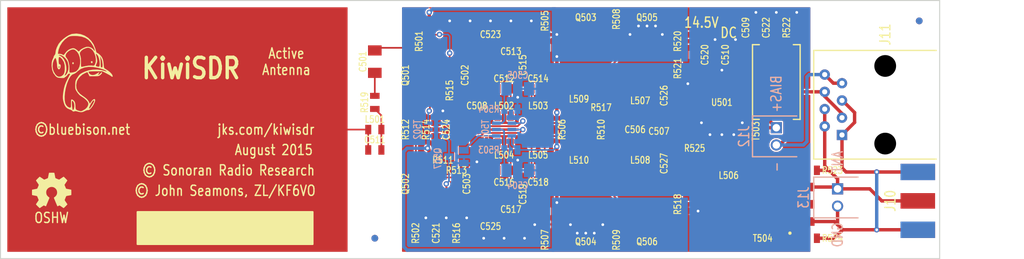
<source format=kicad_pcb>
(kicad_pcb (version 20171130) (host pcbnew "(5.1.12)-1")
  (layers (0 Top signal) (31 Gnd signal) (34 B.Paste user hide) (35 F.Paste user hide) (36 B.SilkS user) (37 F.SilkS user hide) (38 B.Mask user) (39 F.Mask user) (44 Edge.Cuts user))
  (net 0 "")
  (net 1 /14.55)
  (net 2 /ANT2)
  (net 3 /ANT3)
  (net 4 /ANT4)
  (net 5 /B1H)
  (net 6 /B1L)
  (net 7 /B2H)
  (net 8 /B2L)
  (net 9 /BIAS)
  (net 10 /BIAS+)
  (net 11 /BIAS-)
  (net 12 /DCIN)
  (net 13 /E1H)
  (net 14 /E1L)
  (net 15 /E2H)
  (net 16 /E2L)
  (net 17 /EPROBE)
  (net 18 /FB1)
  (net 19 /FB2)
  (net 20 /FB3)
  (net 21 /JHI)
  (net 22 /JLO)
  (net 23 /NF1H)
  (net 24 /NF1L)
  (net 25 /NF2H)
  (net 26 /NF2L)
  (net 27 /NF3H)
  (net 28 /NF3L)
  (net 29 /OUT)
  (net 30 /RX+)
  (net 31 /RX-)
  (net 32 /THI)
  (net 33 /TLO)
  (net 34 /TP)
  (net 35 /VADJ)
  (net 36 GND)
  (module kiwi-MCL_KK81 (layer Top) (at 196 80 90)
    (fp_text reference T504 (at -5 0 180) (layer F.SilkS) (effects (font (size 1 0.8))))
    (fp_text value "DNL T1-6" hide)
    (pad 1 smd rect (at -2.54 -6.03 90) (size 1.27 3.18) (layers Top F.Paste F.Mask) (net 36 GND))
    (pad 2 smd rect (at 0 -6.03 90) (size 1.27 3.18) (layers Top F.Paste F.Mask))
    (pad 3 smd rect (at 2.54 -6.03 90) (size 1.27 3.18) (layers Top F.Paste F.Mask) (net 29 /OUT))
    (pad 4 smd rect (at 2.54 6.03 90) (size 1.27 3.18) (layers Top F.Paste F.Mask) (net 30 /RX+))
    (pad 5 smd rect (at 0 6.03 90) (size 1.27 3.18) (layers Top F.Paste F.Mask))
    (pad 6 smd rect (at -2.54 6.03 90) (size 1.27 3.18) (layers Top F.Paste F.Mask) (net 31 /RX-))
  )
  (module kiwi-RJ45_8 (layer Top) (at 214 65.35 90)
    (fp_text reference J11 (at 10.35 0 90) (layer F.SilkS) (effects (font (size 1.5 1.2) (thickness 0.2))))
    (fp_text value "DNL RJ45" hide)
    (pad Hole np_thru_hole circle (at 5.715 0 90) (size 3.2 3.2) (drill 3.2) (layers *.Mask))
    (pad Hole np_thru_hole circle (at -5.715 0 90) (size 3.2 3.2) (drill 3.2) (layers *.Mask))
    (pad 1 thru_hole rect (at -4.445 -6.35 90) (size 1.524 1.524) (drill 0.76) (layers *.Cu *.Mask) (net 31 /RX-))
    (pad 2 thru_hole circle (at -3.175 -8.89 90) (size 1.524 1.524) (drill 0.76) (layers *.Cu *.Mask) (net 30 /RX+))
    (pad 3 thru_hole circle (at -1.905 -6.35 90) (size 1.524 1.524) (drill 0.76) (layers *.Cu *.Mask) (net 10 /BIAS+))
    (pad 4 thru_hole circle (at -0.635 -8.89 90) (size 1.524 1.524) (drill 0.76) (layers *.Cu *.Mask) (net 30 /RX+))
    (pad 5 thru_hole circle (at 0.635 -6.35 90) (size 1.524 1.524) (drill 0.76) (layers *.Cu *.Mask) (net 31 /RX-))
    (pad 6 thru_hole circle (at 1.905 -8.89 90) (size 1.524 1.524) (drill 0.76) (layers *.Cu *.Mask) (net 10 /BIAS+))
    (pad 7 thru_hole circle (at 3.175 -6.35 90) (size 1.524 1.524) (drill 0.76) (layers *.Cu *.Mask) (net 11 /BIAS-))
    (pad 8 thru_hole circle (at 4.445 -8.89 90) (size 1.524 1.524) (drill 0.76) (layers *.Cu *.Mask) (net 11 /BIAS-))
  )
  (module kiwi-TB_2P_2_54MM (layer Gnd) (at 207 79 270)
    (fp_text reference J13 (at 0 5 270) (layer B.SilkS) (effects (font (size 1.5 1.2) (thickness 0.2)) (justify mirror)))
    (fp_text value TB_2 hide)
    (pad 1 thru_hole rect (at -1.27 0 270) (size 1.65 1.65) (drill 1.1) (layers *.Cu *.Mask) (net 30 /RX+))
    (pad 2 thru_hole circle (at 1.27 0 270) (size 1.65 1.65) (drill 1.1) (layers *.Cu *.Mask) (net 31 /RX-))
  )
  (module kiwi-TB_2P_2_54MM (layer Gnd) (at 198 70 270)
    (fp_text reference J12 (at 0 4.75 270) (layer B.SilkS) (effects (font (size 1.5 1.2) (thickness 0.2)) (justify mirror)))
    (fp_text value "DNL TB_2" hide)
    (pad 1 thru_hole rect (at -1.27 0 270) (size 1.65 1.65) (drill 1.1) (layers *.Cu *.Mask) (net 10 /BIAS+))
    (pad 2 thru_hole circle (at 1.27 0 270) (size 1.65 1.65) (drill 1.1) (layers *.Cu *.Mask) (net 11 /BIAS-))
  )
  (module kiwi-TP_1250 (layer Top) (at 192 53)
    (fp_text reference TP501 hide)
    (fp_text value TEST_POINT hide)
    (pad 1 smd circle (at 0 0) (size 1.25 1.25) (layers Top F.Mask) (net 12 /DCIN))
  )
  (module kiwi-TP_1250 (layer Top) (at 187 55)
    (fp_text reference TP502 hide)
    (fp_text value TEST_POINT hide)
    (pad 1 smd circle (at 0 0) (size 1.25 1.25) (layers Top F.Mask) (net 1 /14.55))
  )
  (module kiwi-SM1812 (layer Top) (at 191 73)
    (fp_text reference L506 (at 0 2.75) (layer F.SilkS) (effects (font (size 1 0.8))))
    (fp_text value 100uH hide)
    (pad 1 smd rect (at -2.125 0) (size 1.55 3.6) (layers Top F.Paste F.Mask) (net 29 /OUT))
    (pad 2 smd rect (at 2.125 0) (size 1.55 3.6) (layers Top F.Paste F.Mask) (net 10 /BIAS+))
  )
  (module kiwi-SM0805 (layer Top) (at 145 81 90)
    (fp_text reference R502 (at -3.25 0 90) (layer F.SilkS) (effects (font (size 1 0.8))))
    (fp_text value 1M hide)
    (pad 1 smd rect (at -0.9652 0 90) (size 0.889 1.397) (layers Top F.Paste F.Mask) (net 36 GND))
    (pad 2 smd rect (at 0.9652 0 90) (size 0.889 1.397) (layers Top F.Paste F.Mask) (net 9 /BIAS))
  )
  (module kiwi-SM0805 (layer Top) (at 164 56 270)
    (fp_text reference R505 (at -3 0 270) (layer F.SilkS) (effects (font (size 1 0.8))))
    (fp_text value 100K hide)
    (pad 1 smd rect (at -0.9652 0 270) (size 0.889 1.397) (layers Top F.Paste F.Mask) (net 1 /14.55))
    (pad 2 smd rect (at 0.9652 0 270) (size 0.889 1.397) (layers Top F.Paste F.Mask) (net 27 /NF3H))
  )
  (module kiwi-SM0805 (layer Top) (at 195 54 90)
    (fp_text reference C509 (at 0 -1.5 90) (layer F.SilkS) (effects (font (size 1 0.8))))
    (fp_text value 100n/100 hide)
    (pad 1 smd rect (at -0.9652 0 90) (size 0.889 1.397) (layers Top F.Paste F.Mask) (net 12 /DCIN))
    (pad 2 smd rect (at 0.9652 0 90) (size 0.889 1.397) (layers Top F.Paste F.Mask) (net 36 GND))
  )
  (module kiwi-SM0805 (layer Top) (at 183 74 90)
    (fp_text reference C527 (at 0 -1.5 90) (layer F.SilkS) (effects (font (size 1 0.8))))
    (fp_text value 1n/100 hide)
    (pad 1 smd rect (at -0.9652 0 90) (size 0.889 1.397) (layers Top F.Paste F.Mask) (net 16 /E2L))
    (pad 2 smd rect (at 0.9652 0 90) (size 0.889 1.397) (layers Top F.Paste F.Mask) (net 29 /OUT))
  )
  (module kiwi-SM0805 (layer Top) (at 183 64 270)
    (fp_text reference C526 (at 0 1.5 270) (layer F.SilkS) (effects (font (size 1 0.8))))
    (fp_text value 1n/100 hide)
    (pad 1 smd rect (at -0.9652 0 270) (size 0.889 1.397) (layers Top F.Paste F.Mask) (net 15 /E2H))
    (pad 2 smd rect (at 0.9652 0 270) (size 0.889 1.397) (layers Top F.Paste F.Mask) (net 29 /OUT))
  )
  (module kiwi-SM0805 (layer Top) (at 156 56.5)
    (fp_text reference C523 (at 0 -1.5) (layer F.SilkS) (effects (font (size 1 0.8))))
    (fp_text value 1n/100 hide)
    (pad 1 smd rect (at -0.9652 0) (size 0.889 1.397) (layers Top F.Paste F.Mask) (net 21 /JHI))
    (pad 2 smd rect (at 0.9652 0) (size 0.889 1.397) (layers Top F.Paste F.Mask) (net 23 /NF1H))
  )
  (module kiwi-SM0805 (layer Top) (at 151 69 270)
    (fp_text reference C524 (at 0 1.5 270) (layer F.SilkS) (effects (font (size 1 0.8))))
    (fp_text value 1n/100 hide)
    (pad 1 smd rect (at -0.9652 0 270) (size 0.889 1.397) (layers Top F.Paste F.Mask) (net 21 /JHI))
    (pad 2 smd rect (at 0.9652 0 270) (size 0.889 1.397) (layers Top F.Paste F.Mask) (net 22 /JLO))
  )
  (module kiwi-SM0805 (layer Top) (at 156 81.5)
    (fp_text reference C525 (at 0 1.75) (layer F.SilkS) (effects (font (size 1 0.8))))
    (fp_text value 1n/100 hide)
    (pad 1 smd rect (at -0.9652 0) (size 0.889 1.397) (layers Top F.Paste F.Mask) (net 22 /JLO))
    (pad 2 smd rect (at 0.9652 0) (size 0.889 1.397) (layers Top F.Paste F.Mask) (net 24 /NF1L))
  )
  (module kiwi-SM0805 (layer Top) (at 186 74 90)
    (fp_text reference R525 (at 2.25 0 180) (layer F.SilkS) (effects (font (size 1 0.8))))
    (fp_text value 1K5 hide)
    (pad 1 smd rect (at -0.9652 0 90) (size 0.889 1.397) (layers Top F.Paste F.Mask) (net 10 /BIAS+))
    (pad 2 smd rect (at 0.9652 0 90) (size 0.889 1.397) (layers Top F.Paste F.Mask) (net 29 /OUT))
  )
  (module kiwi-SM0805 (layer Top) (at 198 54 90)
    (fp_text reference C522 (at 0 -1.5 90) (layer F.SilkS) (effects (font (size 1 0.8))))
    (fp_text value 1n/100 hide)
    (pad 1 smd rect (at -0.9652 0 90) (size 0.889 1.397) (layers Top F.Paste F.Mask) (net 12 /DCIN))
    (pad 2 smd rect (at 0.9652 0 90) (size 0.889 1.397) (layers Top F.Paste F.Mask) (net 36 GND))
  )
  (module kiwi-SM0805 (layer Top) (at 174.5 56 270)
    (fp_text reference R508 (at -3.25 0 270) (layer F.SilkS) (effects (font (size 1 0.8))))
    (fp_text value 470R hide)
    (pad 1 smd rect (at -0.9652 0 270) (size 0.889 1.397) (layers Top F.Paste F.Mask) (net 1 /14.55))
    (pad 2 smd rect (at 0.9652 0 270) (size 0.889 1.397) (layers Top F.Paste F.Mask) (net 13 /E1H))
  )
  (module kiwi-SM0805 (layer Top) (at 203 85 180)
    (fp_text reference R524 (at -3.25 0 180) (layer F.SilkS) (effects (font (size 1 0.8))))
    (fp_text value 0R hide)
    (pad 1 smd rect (at -0.9652 0 180) (size 0.889 1.397) (layers Top F.Paste F.Mask) (net 31 /RX-))
    (pad 2 smd rect (at 0.9652 0 180) (size 0.889 1.397) (layers Top F.Paste F.Mask) (net 36 GND))
  )
  (module kiwi-SM0805 (layer Top) (at 203 75 180)
    (fp_text reference R523 (at -3.25 0 180) (layer F.SilkS) (effects (font (size 1 0.8))))
    (fp_text value 0R hide)
    (pad 1 smd rect (at -0.9652 0 180) (size 0.889 1.397) (layers Top F.Paste F.Mask) (net 30 /RX+))
    (pad 2 smd rect (at 0.9652 0 180) (size 0.889 1.397) (layers Top F.Paste F.Mask) (net 29 /OUT))
  )
  (module kiwi-SM0805 (layer Top) (at 168 69 270)
    (fp_text reference R506 (at 0 1.5 270) (layer F.SilkS) (effects (font (size 1 0.8))))
    (fp_text value 2K2 hide)
    (pad 1 smd rect (at -0.9652 0 270) (size 0.889 1.397) (layers Top F.Paste F.Mask) (net 27 /NF3H))
    (pad 2 smd rect (at 0.9652 0 270) (size 0.889 1.397) (layers Top F.Paste F.Mask) (net 28 /NF3L))
  )
  (module kiwi-SM0805 (layer Top) (at 148 69 90)
    (fp_text reference R514 (at 0 -1.5 90) (layer F.SilkS) (effects (font (size 1 0.8))))
    (fp_text value 100R hide)
    (pad 1 smd rect (at -0.9652 0 90) (size 0.889 1.397) (layers Top F.Paste F.Mask) (net 22 /JLO))
    (pad 2 smd rect (at 0.9652 0 90) (size 0.889 1.397) (layers Top F.Paste F.Mask) (net 21 /JHI))
  )
  (module kiwi-SM0805 (layer Top) (at 139 72)
    (fp_text reference C511 (at 0 -1.5) (layer F.SilkS) (effects (font (size 1 0.8))))
    (fp_text value DNL hide)
    (pad 1 smd rect (at -0.9652 0) (size 0.889 1.397) (layers Top F.Paste F.Mask) (net 17 /EPROBE))
    (pad 2 smd rect (at 0.9652 0) (size 0.889 1.397) (layers Top F.Paste F.Mask) (net 2 /ANT2))
  )
  (module kiwi-SM0805 (layer Top) (at 147 56 270)
    (fp_text reference R501 (at 0 1.5 270) (layer F.SilkS) (effects (font (size 1 0.8))))
    (fp_text value 1M hide)
    (pad 1 smd rect (at -0.9652 0 270) (size 0.889 1.397) (layers Top F.Paste F.Mask) (net 1 /14.55))
    (pad 2 smd rect (at 0.9652 0 270) (size 0.889 1.397) (layers Top F.Paste F.Mask) (net 4 /ANT4))
  )
  (module kiwi-SM0805 (layer Top) (at 158 75)
    (fp_text reference C516 (at 0 1.75) (layer F.SilkS) (effects (font (size 1 0.8))))
    (fp_text value DNL hide)
    (pad 1 smd rect (at -0.9652 0) (size 0.889 1.397) (layers Top F.Paste F.Mask) (net 24 /NF1L))
    (pad 2 smd rect (at 0.9652 0) (size 0.889 1.397) (layers Top F.Paste F.Mask) (net 26 /NF2L))
  )
  (module kiwi-SM0805 (layer Top) (at 163 59)
    (fp_text reference C515 (at -2.25 0.5 90) (layer F.SilkS) (effects (font (size 1 0.8))))
    (fp_text value DNL hide)
    (pad 1 smd rect (at -0.9652 0) (size 0.889 1.397) (layers Top F.Paste F.Mask) (net 25 /NF2H))
    (pad 2 smd rect (at 0.9652 0) (size 0.889 1.397) (layers Top F.Paste F.Mask) (net 27 /NF3H))
  )
  (module kiwi-SM0805 (layer Top) (at 163 63)
    (fp_text reference C514 (at 0 -1.5) (layer F.SilkS) (effects (font (size 1 0.8))))
    (fp_text value DNL hide)
    (pad 1 smd rect (at -0.9652 0) (size 0.889 1.397) (layers Top F.Paste F.Mask) (net 25 /NF2H))
    (pad 2 smd rect (at 0.9652 0) (size 0.889 1.397) (layers Top F.Paste F.Mask) (net 27 /NF3H))
  )
  (module kiwi-SM0805 (layer Top) (at 158 59)
    (fp_text reference C513 (at 1 -1.5) (layer F.SilkS) (effects (font (size 1 0.8))))
    (fp_text value DNL hide)
    (pad 1 smd rect (at -0.9652 0) (size 0.889 1.397) (layers Top F.Paste F.Mask) (net 23 /NF1H))
    (pad 2 smd rect (at 0.9652 0) (size 0.889 1.397) (layers Top F.Paste F.Mask) (net 25 /NF2H))
  )
  (module kiwi-SM0805 (layer Top) (at 158 63)
    (fp_text reference C512 (at 0 -1.5) (layer F.SilkS) (effects (font (size 1 0.8))))
    (fp_text value DNL hide)
    (pad 1 smd rect (at -0.9652 0) (size 0.889 1.397) (layers Top F.Paste F.Mask) (net 23 /NF1H))
    (pad 2 smd rect (at 0.9652 0) (size 0.889 1.397) (layers Top F.Paste F.Mask) (net 25 /NF2H))
  )
  (module kiwi-SM0805 (layer Top) (at 163 71)
    (fp_text reference L505 (at 0 1.75) (layer F.SilkS) (effects (font (size 1 0.8))))
    (fp_text value 0R hide)
    (pad 1 smd rect (at -0.9652 0) (size 0.889 1.397) (layers Top F.Paste F.Mask) (net 26 /NF2L))
    (pad 2 smd rect (at 0.9652 0) (size 0.889 1.397) (layers Top F.Paste F.Mask) (net 28 /NF3L))
  )
  (module kiwi-SM0805 (layer Top) (at 163 67)
    (fp_text reference L503 (at 0 -1.5) (layer F.SilkS) (effects (font (size 1 0.8))))
    (fp_text value 0R hide)
    (pad 1 smd rect (at -0.9652 0) (size 0.889 1.397) (layers Top F.Paste F.Mask) (net 25 /NF2H))
    (pad 2 smd rect (at 0.9652 0) (size 0.889 1.397) (layers Top F.Paste F.Mask) (net 27 /NF3H))
  )
  (module kiwi-SM0805 (layer Top) (at 158 71)
    (fp_text reference L504 (at 0 1.75) (layer F.SilkS) (effects (font (size 1 0.8))))
    (fp_text value 0R hide)
    (pad 1 smd rect (at -0.9652 0) (size 0.889 1.397) (layers Top F.Paste F.Mask) (net 24 /NF1L))
    (pad 2 smd rect (at 0.9652 0) (size 0.889 1.397) (layers Top F.Paste F.Mask) (net 26 /NF2L))
  )
  (module kiwi-SM0805 (layer Top) (at 158 67)
    (fp_text reference L502 (at 0 -1.5) (layer F.SilkS) (effects (font (size 1 0.8))))
    (fp_text value 0R hide)
    (pad 1 smd rect (at -0.9652 0) (size 0.889 1.397) (layers Top F.Paste F.Mask) (net 23 /NF1H))
    (pad 2 smd rect (at 0.9652 0) (size 0.889 1.397) (layers Top F.Paste F.Mask) (net 25 /NF2H))
  )
  (module kiwi-SM0805 (layer Top) (at 139 65 90)
    (fp_text reference R519 (at 0 -1.5 90) (layer F.SilkS) (effects (font (size 1 0.8))))
    (fp_text value 0R hide)
    (pad 1 smd rect (at -0.9652 0 90) (size 0.889 1.397) (layers Top F.Paste F.Mask) (net 2 /ANT2))
    (pad 2 smd rect (at 0.9652 0 90) (size 0.889 1.397) (layers Top F.Paste F.Mask) (net 3 /ANT3))
  )
  (module kiwi-SM0805 (layer Top) (at 139 69 180)
    (fp_text reference L501 (at 0 1.5 180) (layer F.SilkS) (effects (font (size 1 0.8))))
    (fp_text value 0R hide)
    (pad 1 smd rect (at -0.9652 0 180) (size 0.889 1.397) (layers Top F.Paste F.Mask) (net 2 /ANT2))
    (pad 2 smd rect (at 0.9652 0 180) (size 0.889 1.397) (layers Top F.Paste F.Mask) (net 17 /EPROBE))
  )
  (module kiwi-SM0805 (layer Top) (at 145 69 270)
    (fp_text reference R512 (at 0 1.5 270) (layer F.SilkS) (effects (font (size 1 0.8))))
    (fp_text value 0R hide)
    (pad 1 smd rect (at -0.9652 0 270) (size 0.889 1.397) (layers Top F.Paste F.Mask) (net 4 /ANT4))
    (pad 2 smd rect (at 0.9652 0 270) (size 0.889 1.397) (layers Top F.Paste F.Mask) (net 9 /BIAS))
  )
  (module kiwi-SM0805 (layer Top) (at 146 74 180)
    (fp_text reference R511 (at -3 0.5 180) (layer F.SilkS) (effects (font (size 1 0.8))))
    (fp_text value "DNL 1M" hide)
    (pad 1 smd rect (at -0.9652 0 180) (size 0.889 1.397) (layers Top F.Paste F.Mask) (net 1 /14.55))
    (pad 2 smd rect (at 0.9652 0 180) (size 0.889 1.397) (layers Top F.Paste F.Mask) (net 9 /BIAS))
  )
  (module kiwi-SM0805 (layer Top) (at 185 80 270)
    (fp_text reference R518 (at 0 1.5 270) (layer F.SilkS) (effects (font (size 1 0.8))))
    (fp_text value "DNL 0R" hide)
    (pad 1 smd rect (at -0.9652 0 270) (size 0.889 1.397) (layers Top F.Paste F.Mask) (net 16 /E2L))
    (pad 2 smd rect (at 0.9652 0 270) (size 0.889 1.397) (layers Top F.Paste F.Mask) (net 36 GND))
  )
  (module kiwi-SM0805 (layer Gnd) (at 159 72 180)
    (fp_text reference R503 (at 3.25 0 180) (layer B.SilkS) (effects (font (size 1 0.8)) (justify mirror)))
    (fp_text value "DNL 100R" hide)
    (pad 1 smd rect (at -0.9652 0 180) (size 0.889 1.397) (layers Gnd B.Paste B.Mask) (net 1 /14.55))
    (pad 2 smd rect (at 0.9652 0 180) (size 0.889 1.397) (layers Gnd B.Paste B.Mask) (net 33 /TLO))
  )
  (module kiwi-SM0805 (layer Gnd) (at 159 66 180)
    (fp_text reference R504 (at 3.25 0 180) (layer B.SilkS) (effects (font (size 1 0.8)) (justify mirror)))
    (fp_text value "DNL 100R" hide)
    (pad 1 smd rect (at -0.9652 0 180) (size 0.889 1.397) (layers Gnd B.Paste B.Mask) (net 36 GND))
    (pad 2 smd rect (at 0.9652 0 180) (size 0.889 1.397) (layers Gnd B.Paste B.Mask) (net 32 /THI))
  )
  (module kiwi-SM0805 (layer Top) (at 151 77 90)
    (fp_text reference R513 (at 2 0 180) (layer F.SilkS) (effects (font (size 1 0.8))))
    (fp_text value "DNL 0R" hide)
    (pad 1 smd rect (at -0.9652 0 90) (size 0.889 1.397) (layers Top F.Paste F.Mask) (net 19 /FB2))
    (pad 2 smd rect (at 0.9652 0 90) (size 0.889 1.397) (layers Top F.Paste F.Mask) (net 22 /JLO))
  )
  (module kiwi-SM0805 (layer Top) (at 151 81 90)
    (fp_text reference R516 (at -3.25 0 90) (layer F.SilkS) (effects (font (size 1 0.8))))
    (fp_text value 0R hide)
    (pad 1 smd rect (at -0.9652 0 90) (size 0.889 1.397) (layers Top F.Paste F.Mask) (net 36 GND))
    (pad 2 smd rect (at 0.9652 0 90) (size 0.889 1.397) (layers Top F.Paste F.Mask) (net 19 /FB2))
  )
  (module kiwi-SM0805 (layer Top) (at 201 54 90)
    (fp_text reference R522 (at 0 -1.5 90) (layer F.SilkS) (effects (font (size 1 0.8))))
    (fp_text value DNL hide)
    (pad 1 smd rect (at -0.9652 0 90) (size 0.889 1.397) (layers Top F.Paste F.Mask) (net 34 /TP))
    (pad 2 smd rect (at 0.9652 0 90) (size 0.889 1.397) (layers Top F.Paste F.Mask) (net 36 GND))
  )
  (module kiwi-SM0805 (layer Top) (at 174.5 82 270)
    (fp_text reference R509 (at 3.25 0 270) (layer F.SilkS) (effects (font (size 1 0.8))))
    (fp_text value 470R hide)
    (pad 1 smd rect (at -0.9652 0 270) (size 0.889 1.397) (layers Top F.Paste F.Mask) (net 14 /E1L))
    (pad 2 smd rect (at 0.9652 0 270) (size 0.889 1.397) (layers Top F.Paste F.Mask) (net 36 GND))
  )
  (module kiwi-SM0805 (layer Top) (at 169 66 180)
    (fp_text reference R517 (at -3.25 0.25 180) (layer F.SilkS) (effects (font (size 1 0.8))))
    (fp_text value "DNL 47R" hide)
    (pad 1 smd rect (at -0.9652 0 180) (size 0.889 1.397) (layers Top F.Paste F.Mask) (net 13 /E1H))
    (pad 2 smd rect (at 0.9652 0 180) (size 0.889 1.397) (layers Top F.Paste F.Mask) (net 27 /NF3H))
  )
  (module kiwi-SM0805 (layer Top) (at 192 58 90)
    (fp_text reference C510 (at 0 -1.5 90) (layer F.SilkS) (effects (font (size 1 0.8))))
    (fp_text value 10u/25 hide)
    (pad 1 smd rect (at -0.9652 0 90) (size 0.889 1.397) (layers Top F.Paste F.Mask) (net 12 /DCIN))
    (pad 2 smd rect (at 0.9652 0 90) (size 0.889 1.397) (layers Top F.Paste F.Mask) (net 36 GND))
  )
  (module kiwi-SM0805 (layer Top) (at 150 60 270)
    (fp_text reference R515 (at 3.25 0 270) (layer F.SilkS) (effects (font (size 1 0.8))))
    (fp_text value 0R hide)
    (pad 1 smd rect (at -0.9652 0 270) (size 0.889 1.397) (layers Top F.Paste F.Mask) (net 1 /14.55))
    (pad 2 smd rect (at 0.9652 0 270) (size 0.889 1.397) (layers Top F.Paste F.Mask) (net 18 /FB1))
  )
  (module kiwi-SM0805 (layer Top) (at 185 60 90)
    (fp_text reference R521 (at 0 -1.5 90) (layer F.SilkS) (effects (font (size 1 0.8))))
    (fp_text value 1K hide)
    (pad 1 smd rect (at -0.9652 0 90) (size 0.889 1.397) (layers Top F.Paste F.Mask) (net 36 GND))
    (pad 2 smd rect (at 0.9652 0 90) (size 0.889 1.397) (layers Top F.Paste F.Mask) (net 35 /VADJ))
  )
  (module kiwi-SM0805 (layer Top) (at 185 56 270)
    (fp_text reference R520 (at 0 1.5 270) (layer F.SilkS) (effects (font (size 1 0.8))))
    (fp_text value 11K hide)
    (pad 1 smd rect (at -0.9652 0 270) (size 0.889 1.397) (layers Top F.Paste F.Mask) (net 1 /14.55))
    (pad 2 smd rect (at 0.9652 0 270) (size 0.889 1.397) (layers Top F.Paste F.Mask) (net 35 /VADJ))
  )
  (module kiwi-SM0805 (layer Top) (at 189 58 90)
    (fp_text reference C520 (at 0 -1.5 90) (layer F.SilkS) (effects (font (size 1 0.8))))
    (fp_text value 10u/25 hide)
    (pad 1 smd rect (at -0.9652 0 90) (size 0.889 1.397) (layers Top F.Paste F.Mask) (net 1 /14.55))
    (pad 2 smd rect (at 0.9652 0 90) (size 0.889 1.397) (layers Top F.Paste F.Mask) (net 36 GND))
  )
  (module kiwi-SM0805 (layer Top) (at 178 75)
    (fp_text reference L508 (at 0 -1.5) (layer F.SilkS) (effects (font (size 1 0.8))))
    (fp_text value "FB 80Z" hide)
    (pad 1 smd rect (at -0.9652 0) (size 0.889 1.397) (layers Top F.Paste F.Mask) (net 14 /E1L))
    (pad 2 smd rect (at 0.9652 0) (size 0.889 1.397) (layers Top F.Paste F.Mask) (net 8 /B2L))
  )
  (module kiwi-SM0805 (layer Top) (at 178 63)
    (fp_text reference L507 (at 0 1.75) (layer F.SilkS) (effects (font (size 1 0.8))))
    (fp_text value "FB 80Z" hide)
    (pad 1 smd rect (at -0.9652 0) (size 0.889 1.397) (layers Top F.Paste F.Mask) (net 13 /E1H))
    (pad 2 smd rect (at 0.9652 0) (size 0.889 1.397) (layers Top F.Paste F.Mask) (net 7 /B2H))
  )
  (module kiwi-SM0805 (layer Top) (at 169 75)
    (fp_text reference L510 (at 0 -1.5) (layer F.SilkS) (effects (font (size 1 0.8))))
    (fp_text value "FB 80Z" hide)
    (pad 1 smd rect (at -0.9652 0) (size 0.889 1.397) (layers Top F.Paste F.Mask) (net 28 /NF3L))
    (pad 2 smd rect (at 0.9652 0) (size 0.889 1.397) (layers Top F.Paste F.Mask) (net 6 /B1L))
  )
  (module kiwi-SM0805 (layer Top) (at 169 63)
    (fp_text reference L509 (at 0 1.5) (layer F.SilkS) (effects (font (size 1 0.8))))
    (fp_text value "FB 80Z" hide)
    (pad 1 smd rect (at -0.9652 0) (size 0.889 1.397) (layers Top F.Paste F.Mask) (net 27 /NF3H))
    (pad 2 smd rect (at 0.9652 0) (size 0.889 1.397) (layers Top F.Paste F.Mask) (net 5 /B1H))
  )
  (module kiwi-SM0805 (layer Top) (at 163 79)
    (fp_text reference C519 (at -2.25 -0.5 90) (layer F.SilkS) (effects (font (size 1 0.8))))
    (fp_text value DNL hide)
    (pad 1 smd rect (at -0.9652 0) (size 0.889 1.397) (layers Top F.Paste F.Mask) (net 26 /NF2L))
    (pad 2 smd rect (at 0.9652 0) (size 0.889 1.397) (layers Top F.Paste F.Mask) (net 28 /NF3L))
  )
  (module kiwi-SM0805 (layer Top) (at 163 75)
    (fp_text reference C518 (at 0 1.75) (layer F.SilkS) (effects (font (size 1 0.8))))
    (fp_text value DNL hide)
    (pad 1 smd rect (at -0.9652 0) (size 0.889 1.397) (layers Top F.Paste F.Mask) (net 26 /NF2L))
    (pad 2 smd rect (at 0.9652 0) (size 0.889 1.397) (layers Top F.Paste F.Mask) (net 28 /NF3L))
  )
  (module kiwi-SM0805 (layer Top) (at 158 79)
    (fp_text reference C517 (at 1 1.75) (layer F.SilkS) (effects (font (size 1 0.8))))
    (fp_text value DNL hide)
    (pad 1 smd rect (at -0.9652 0) (size 0.889 1.397) (layers Top F.Paste F.Mask) (net 24 /NF1L))
    (pad 2 smd rect (at 0.9652 0) (size 0.889 1.397) (layers Top F.Paste F.Mask) (net 26 /NF2L))
  )
  (module kiwi-SM0805 (layer Top) (at 164 82 270)
    (fp_text reference R507 (at 3.25 0 270) (layer F.SilkS) (effects (font (size 1 0.8))))
    (fp_text value 100K hide)
    (pad 1 smd rect (at -0.9652 0 270) (size 0.889 1.397) (layers Top F.Paste F.Mask) (net 28 /NF3L))
    (pad 2 smd rect (at 0.9652 0 270) (size 0.889 1.397) (layers Top F.Paste F.Mask) (net 36 GND))
  )
  (module kiwi-SM0805 (layer Top) (at 148 81 270)
    (fp_text reference C521 (at 3.25 0 270) (layer F.SilkS) (effects (font (size 1 0.8))))
    (fp_text value "DNL 100n/100" hide)
    (pad 1 smd rect (at -0.9652 0 270) (size 0.889 1.397) (layers Top F.Paste F.Mask) (net 9 /BIAS))
    (pad 2 smd rect (at 0.9652 0 270) (size 0.889 1.397) (layers Top F.Paste F.Mask) (net 36 GND))
  )
  (module kiwi-SM1206 (layer Top) (at 174 69 270)
    (fp_text reference R510 (at 0 1.75 270) (layer F.SilkS) (effects (font (size 1 0.8))))
    (fp_text value 10R/0.66W hide)
    (pad 1 smd rect (at -1.65 0 270) (size 1.5 2) (layers Top F.Paste F.Mask) (net 15 /E2H))
    (pad 2 smd rect (at 1.65 0 270) (size 1.5 2) (layers Top F.Paste F.Mask) (net 16 /E2L))
  )
  (module kiwi-SM1206 (layer Gnd) (at 160 63)
    (fp_text reference C505 (at 0 -2) (layer B.SilkS) (effects (font (size 1 0.8)) (justify mirror)))
    (fp_text value "DNL 470n/100" hide)
    (pad 1 smd rect (at -1.65 0) (size 1.5 2) (layers Gnd B.Paste B.Mask) (net 32 /THI))
    (pad 2 smd rect (at 1.65 0) (size 1.5 2) (layers Gnd B.Paste B.Mask) (net 36 GND))
  )
  (module kiwi-SM1206 (layer Gnd) (at 160 75 180)
    (fp_text reference C504 (at 0 -2.25 180) (layer B.SilkS) (effects (font (size 1 0.8)) (justify mirror)))
    (fp_text value "DNL 470n/100" hide)
    (pad 1 smd rect (at -1.65 0 180) (size 1.5 2) (layers Gnd B.Paste B.Mask) (net 36 GND))
    (pad 2 smd rect (at 1.65 0 180) (size 1.5 2) (layers Gnd B.Paste B.Mask) (net 33 /TLO))
  )
  (module kiwi-SM1206 (layer Top) (at 154 69 270)
    (fp_text reference C508 (at -3.5 0) (layer F.SilkS) (effects (font (size 1 0.8))))
    (fp_text value 470n/100 hide)
    (pad 1 smd rect (at -1.65 0 270) (size 1.5 2) (layers Top F.Paste F.Mask) (net 21 /JHI))
    (pad 2 smd rect (at 1.65 0 270) (size 1.5 2) (layers Top F.Paste F.Mask) (net 22 /JLO))
  )
  (module kiwi-SM1206 (layer Top) (at 154 77 90)
    (fp_text reference C503 (at 0 -1.5 90) (layer F.SilkS) (effects (font (size 1 0.8))))
    (fp_text value 470n/100 hide)
    (pad 1 smd rect (at -1.65 0 90) (size 1.5 2) (layers Top F.Paste F.Mask) (net 22 /JLO))
    (pad 2 smd rect (at 1.65 0 90) (size 1.5 2) (layers Top F.Paste F.Mask) (net 24 /NF1L))
  )
  (module kiwi-SM1206 (layer Top) (at 179 71)
    (fp_text reference C507 (at 1.75 -1.75) (layer F.SilkS) (effects (font (size 1 0.8))))
    (fp_text value 470n/100 hide)
    (pad 1 smd rect (at -1.65 0) (size 1.5 2) (layers Top F.Paste F.Mask) (net 16 /E2L))
    (pad 2 smd rect (at 1.65 0) (size 1.5 2) (layers Top F.Paste F.Mask) (net 29 /OUT))
  )
  (module kiwi-SM1206 (layer Top) (at 179 67)
    (fp_text reference C506 (at -1.75 2) (layer F.SilkS) (effects (font (size 1 0.8))))
    (fp_text value 470n/100 hide)
    (pad 1 smd rect (at -1.65 0) (size 1.5 2) (layers Top F.Paste F.Mask) (net 15 /E2H))
    (pad 2 smd rect (at 1.65 0) (size 1.5 2) (layers Top F.Paste F.Mask) (net 29 /OUT))
  )
  (module kiwi-SM1206 (layer Top) (at 154 61 270)
    (fp_text reference C502 (at 0 1.75 270) (layer F.SilkS) (effects (font (size 1 0.8))))
    (fp_text value 470n/100 hide)
    (pad 1 smd rect (at -1.65 0 270) (size 1.5 2) (layers Top F.Paste F.Mask) (net 21 /JHI))
    (pad 2 smd rect (at 1.65 0 270) (size 1.5 2) (layers Top F.Paste F.Mask) (net 23 /NF1H))
  )
  (module kiwi-SM1206 (layer Top) (at 139 59 90)
    (fp_text reference C501 (at 0 -1.75 90) (layer F.SilkS) (effects (font (size 1 0.8))))
    (fp_text value 470n/100 hide)
    (pad 1 smd rect (at -1.65 0 90) (size 1.5 2) (layers Top F.Paste F.Mask) (net 3 /ANT3))
    (pad 2 smd rect (at 1.65 0 90) (size 1.5 2) (layers Top F.Paste F.Mask) (net 4 /ANT4))
  )
  (module kiwi-CMC (layer Top) (at 198 62 270)
    (fp_text reference T503 (at 7.25 3 270) (layer F.SilkS) (effects (font (size 1 0.8))))
    (fp_text value "CMC 2 mH" hide)
    (pad 1 smd rect (at -3.75 -1.27 270) (size 2 1.2) (layers Top F.Paste F.Mask) (net 34 /TP))
    (pad 4 smd rect (at 3.75 -1.27 270) (size 2 1.2) (layers Top F.Paste F.Mask) (net 11 /BIAS-))
    (pad 2 smd rect (at -3.75 1.27 270) (size 2 1.2) (layers Top F.Paste F.Mask) (net 12 /DCIN))
    (pad 3 smd rect (at 3.75 1.27 270) (size 2 1.2) (layers Top F.Paste F.Mask) (net 10 /BIAS+))
  )
  (module kiwi-BNC_SMA_NO_VIP (layer Top) (at 222 79.5 180)
    (fp_text reference J10 (at 7.25 0 270) (layer F.SilkS) (effects (font (size 1.5 1.2) (thickness 0.2))))
    (fp_text value "DNL BNC" hide)
    (pad 1 smd rect (at 3.21 0 180) (size 5.08 2.29) (layers Top F.Mask) (net 30 /RX+))
    (pad 2 smd rect (at 3.21 4.255 180) (size 5.08 2.415) (layers *.Cu *.Mask) (net 31 /RX-))
    (pad 3 smd rect (at 3.21 -4.255 180) (size 5.08 2.415) (layers *.Cu *.Mask) (net 31 /RX-))
  )
  (module kiwi-MCL_KK81 (layer Gnd) (at 158 69 270)
    (fp_text reference T501 (at 0 2.75 270) (layer B.SilkS) (effects (font (size 1 0.8)) (justify mirror)))
    (fp_text value "DNL T-622" hide)
    (pad 1 smd rect (at -0.9398 -1.143 270) (size 0.508 1.27) (layers Gnd B.Paste B.Mask) (net 21 /JHI))
    (pad 2 smd rect (at 0 -1.14 270) (size 0.508 1.27) (layers Gnd B.Paste B.Mask) (net 22 /JLO))
    (pad 3 smd rect (at 0.9398 -1.14 270) (size 0.508 1.27) (layers Gnd B.Paste B.Mask) (net 1 /14.55))
    (pad 4 smd rect (at 0.9398 1.14 270) (size 0.508 1.27) (layers Gnd B.Paste B.Mask) (net 20 /FB3))
    (pad 5 smd rect (at 0 1.14 270) (size 0.508 1.27) (layers Gnd B.Paste B.Mask) (net 33 /TLO))
    (pad 6 smd rect (at -0.9398 1.14 270) (size 0.508 1.27) (layers Gnd B.Paste B.Mask) (net 32 /THI))
  )
  (module kiwi-MCL_KK81 (layer Gnd) (at 148 69 270)
    (fp_text reference T502 (at 0 2.75 270) (layer B.SilkS) (effects (font (size 1 0.8)) (justify mirror)))
    (fp_text value "DNL T1-6" hide)
    (pad 1 smd rect (at -0.9398 -1.143 270) (size 0.508 1.27) (layers Gnd B.Paste B.Mask) (net 36 GND))
    (pad 2 smd rect (at 0 -1.14 270) (size 0.508 1.27) (layers Gnd B.Paste B.Mask))
    (pad 3 smd rect (at 0.9398 -1.14 270) (size 0.508 1.27) (layers Gnd B.Paste B.Mask) (net 19 /FB2))
    (pad 4 smd rect (at 0.9398 1.14 270) (size 0.508 1.27) (layers Gnd B.Paste B.Mask) (net 1 /14.55))
    (pad 5 smd rect (at 0 1.14 270) (size 0.508 1.27) (layers Gnd B.Paste B.Mask))
    (pad 6 smd rect (at -0.9398 1.14 270) (size 0.508 1.27) (layers Gnd B.Paste B.Mask) (net 18 /FB1))
  )
  (module kiwi-OSHW_6MM (layer Top) (at 91.5 78)
    (fp_text reference GFX3 hide)
    (fp_text value OSHW hide)
  )
  (module kiwi-KIWI_10MM (layer Top) (at 96 61)
    (fp_text reference GFX1 hide)
    (fp_text value LOGO hide)
  )
  (module kiwi-SOT223_EBEC (layer Top) (at 170 80 180)
    (fp_text reference Q504 (at 0 -5.5 180) (layer F.SilkS) (effects (font (size 1 0.8))))
    (fp_text value BFG35 hide)
    (pad E1 smd rect (at -2.3 3.05 180) (size 1.2 1.2) (layers Top F.Paste F.Mask) (net 14 /E1L))
    (pad B smd rect (at 0 3.05 180) (size 1.2 1.2) (layers Top F.Paste F.Mask) (net 6 /B1L))
    (pad E2 smd rect (at 2.3 3.05 180) (size 1.2 1.2) (layers Top F.Paste F.Mask) (net 14 /E1L))
    (pad C smd rect (at 0 -3.05 180) (size 3.5 1.2) (layers Top F.Paste F.Mask) (net 1 /14.55))
  )
  (module kiwi-SOT223_EBEC (layer Top) (at 179 58)
    (fp_text reference Q505 (at 0 -5.5) (layer F.SilkS) (effects (font (size 1 0.8))))
    (fp_text value BFG35 hide)
    (pad E1 smd rect (at -2.3 3.05) (size 1.2 1.2) (layers Top F.Paste F.Mask) (net 15 /E2H))
    (pad B smd rect (at 0 3.05) (size 1.2 1.2) (layers Top F.Paste F.Mask) (net 7 /B2H))
    (pad E2 smd rect (at 2.3 3.05) (size 1.2 1.2) (layers Top F.Paste F.Mask) (net 15 /E2H))
    (pad C smd rect (at 0 -3.05) (size 3.5 1.2) (layers Top F.Paste F.Mask) (net 1 /14.55))
  )
  (module kiwi-SOT223_EBEC (layer Top) (at 170 58)
    (fp_text reference Q503 (at 0 -5.5) (layer F.SilkS) (effects (font (size 1 0.8))))
    (fp_text value BFG31 hide)
    (pad E1 smd rect (at -2.3 3.05) (size 1.2 1.2) (layers Top F.Paste F.Mask) (net 13 /E1H))
    (pad B smd rect (at 0 3.05) (size 1.2 1.2) (layers Top F.Paste F.Mask) (net 5 /B1H))
    (pad E2 smd rect (at 2.3 3.05) (size 1.2 1.2) (layers Top F.Paste F.Mask) (net 13 /E1H))
    (pad C smd rect (at 0 -3.05) (size 3.5 1.2) (layers Top F.Paste F.Mask) (net 36 GND))
  )
  (module kiwi-SOT223_EBEC (layer Top) (at 179 80 180)
    (fp_text reference Q506 (at 0 -5.5 180) (layer F.SilkS) (effects (font (size 1 0.8))))
    (fp_text value BFG31 hide)
    (pad E1 smd rect (at -2.3 3.05 180) (size 1.2 1.2) (layers Top F.Paste F.Mask) (net 16 /E2L))
    (pad B smd rect (at 0 3.05 180) (size 1.2 1.2) (layers Top F.Paste F.Mask) (net 8 /B2L))
    (pad E2 smd rect (at 2.3 3.05 180) (size 1.2 1.2) (layers Top F.Paste F.Mask) (net 16 /E2L))
    (pad C smd rect (at 0 -3.05 180) (size 3.5 1.2) (layers Top F.Paste F.Mask) (net 36 GND))
  )
  (module kiwi-SOT23_DGS (layer Top) (at 146 61 90)
    (fp_text reference Q501 (at 0 -2.5 90) (layer F.SilkS) (effects (font (size 1 0.8))))
    (fp_text value J310 hide)
    (pad D smd rect (at -0.94996 1.09982 90) (size 0.99822 1.39954) (layers Top F.Paste F.Mask) (net 18 /FB1))
    (pad S smd rect (at 0.94996 1.09982 90) (size 0.99822 1.39954) (layers Top F.Paste F.Mask) (net 21 /JHI))
    (pad G smd rect (at 0 -1.09982 90) (size 0.99822 1.39954) (layers Top F.Paste F.Mask) (net 4 /ANT4))
  )
  (module kiwi-SOT23_DGS (layer Top) (at 146 77 90)
    (fp_text reference Q502 (at 0 -2.5 90) (layer F.SilkS) (effects (font (size 1 0.8))))
    (fp_text value J271 hide)
    (pad D smd rect (at -0.94996 1.09982 90) (size 0.99822 1.39954) (layers Top F.Paste F.Mask) (net 19 /FB2))
    (pad S smd rect (at 0.94996 1.09982 90) (size 0.99822 1.39954) (layers Top F.Paste F.Mask) (net 22 /JLO))
    (pad G smd rect (at 0 -1.09982 90) (size 0.99822 1.39954) (layers Top F.Paste F.Mask) (net 9 /BIAS))
  )
  (module kiwi-SOT23_DGS (layer Gnd) (at 151 73 270)
    (fp_text reference Q507 (at 0.25 2.75 270) (layer B.SilkS) (effects (font (size 1 0.8)) (justify mirror)))
    (fp_text value "DNL J310" hide)
    (pad D smd rect (at -0.94996 -1.09982 270) (size 0.99822 1.39954) (layers Gnd B.Paste B.Mask) (net 20 /FB3))
    (pad S smd rect (at 0.94996 -1.09982 270) (size 0.99822 1.39954) (layers Gnd B.Paste B.Mask) (net 36 GND))
    (pad G smd rect (at 0 1.09982 270) (size 0.99822 1.39954) (layers Gnd B.Paste B.Mask) (net 19 /FB2))
  )
  (module kiwi-FIDUCIAL_2_SIDE (layer Top) (at 139 85)
    (fp_text reference FID1 hide)
    (fp_text value FIDUCIAL hide)
    (pad 1 smd circle (at 0 0) (size 1 1) (layers *.Cu *.Mask) (clearance 1))
  )
  (module kiwi-FIDUCIAL_2_SIDE (layer Top) (at 219 53)
    (fp_text reference FID2 hide)
    (fp_text value FIDUCIAL hide)
    (pad 1 smd circle (at 0 0) (size 1 1) (layers *.Cu *.Mask) (clearance 1))
  )
  (module kiwi-E_FIELD_PROBE (layer Top) (at 110 69 90)
    (fp_text reference EP501 hide)
    (fp_text value E_FIELD_PROBE hide)
    (pad 1 smd rect (at 0 0 90) (size 36 50) (layers Top) (net 17 /EPROBE))
  )
  (module kiwi-SOT223_6 (layer Top) (at 190 65 180)
    (fp_text reference U501 (at 0 0 180) (layer F.SilkS) (effects (font (size 1 0.8))))
    (fp_text value TPS7A4501 hide)
    (pad 1 smd rect (at -2.54 3 180) (size 0.51 2.11) (layers Top F.Paste F.Mask) (net 12 /DCIN))
    (pad 2 smd rect (at -1.27 3 180) (size 0.51 2.11) (layers Top F.Paste F.Mask) (net 12 /DCIN))
    (pad 3 smd rect (at 0 3 180) (size 0.51 2.11) (layers Top F.Paste F.Mask) (net 36 GND))
    (pad 4 smd rect (at 1.27 3 180) (size 0.51 2.11) (layers Top F.Paste F.Mask) (net 1 /14.55))
    (pad 5 smd rect (at 2.54 3 180) (size 0.51 2.11) (layers Top F.Paste F.Mask) (net 35 /VADJ))
    (pad TAB smd rect (at 0 -3 180) (size 4.72 2.11) (layers Top F.Paste F.Mask) (net 36 GND))
  )
  (gr_text "© John Seamons, ZL/KF6VO" (at 117 78) (layer F.SilkS) (effects (font (size 1.5 1.2) (thickness 0.2))))
  (gr_text - (at 198 74.5 90) (layer B.SilkS) (effects (font (size 1.5 1.2) (thickness 0.2)) (justify mirror)))
  (gr_text BIAS+ (at 198 63.75 90) (layer B.SilkS) (effects (font (size 1.5 1.2) (thickness 0.2)) (justify mirror)))
  (gr_text GND (at 207 84.5 90) (layer B.SilkS) (effects (font (size 1.5 1.2) (thickness 0.2)) (justify mirror)))
  (gr_text ANT (at 207 73.75 90) (layer B.SilkS) (effects (font (size 1.5 1.2) (thickness 0.2)) (justify mirror)))
  (gr_text 14.5V (at 187 53.25) (layer F.SilkS) (effects (font (size 1.5 1.2) (thickness 0.2))))
  (gr_text DC (at 191 54.75) (layer F.SilkS) (effects (font (size 1.5 1.2) (thickness 0.2))))
  (gr_text jks.com/kiwisdr (at 123 69) (layer F.SilkS) (effects (font (size 1.5 1.2) (thickness 0.2))))
  (gr_text "August 2015" (at 130 72) (layer F.SilkS) (effects (font (size 1.5 1.2) (thickness 0.2)) (justify right)))
  (gr_text "© Sonoran Radio Research" (at 117.5 75) (layer F.SilkS) (effects (font (size 1.5 1.2) (thickness 0.2))))
  (gr_text "Active\nAntenna" (at 126 59) (layer F.SilkS) (effects (font (size 1.5 1.2) (thickness 0.2))))
  (gr_text ©bluebison.net (at 96 69) (layer F.SilkS) (effects (font (size 1.5 1.2) (thickness 0.2))))
  (gr_text KiwiSDR (at 112 60) (layer F.SilkS) (effects (font (size 3 2.4) (thickness 0.5))))
  (gr_text OSHW (at 91.5 82) (layer F.SilkS) (effects (font (size 1.5 1.2) (thickness 0.2))))
  (gr_line (start 84 50) (end 222 50) (angle 90) (layer Edge.Cuts) (width 0.15))
  (gr_line (start 222 50) (end 222 88) (angle 90) (layer Edge.Cuts) (width 0.15))
  (gr_line (start 222 88) (end 84 88) (angle 90) (layer Edge.Cuts) (width 0.15))
  (gr_line (start 84 88) (end 84 50) (angle 90) (layer Edge.Cuts) (width 0.15))
  (segment (start 188.73 62) (end 188.73 59.2352) (width 0.5) (layer Top) (net 1))
  (segment (start 188.73 59.2352) (end 189 58.9652) (width 0.5) (layer Top) (net 1))
  (segment (start 147 55.0348) (end 148.4652 55.0348) (width 0.25) (layer Top) (net 1))
  (segment (start 150 59) (end 150 59.0348) (width 0.25) (layer Top) (net 1))
  (segment (start 150 57.75) (end 150 59) (width 0.25) (layer Top) (net 1))
  (via (at 150 57.75) (size 0.8) (layers Top Gnd) (net 1))
  (segment (start 150 55.25) (end 150 57.75) (width 0.25) (layer Gnd) (net 1))
  (segment (start 149.75 55) (end 150 55.25) (width 0.25) (layer Gnd) (net 1))
  (segment (start 148.5 55) (end 149.75 55) (width 0.25) (layer Gnd) (net 1))
  (via (at 148.5 55) (size 0.8) (layers Top Gnd) (net 1))
  (segment (start 148.4652 55.0348) (end 148.5 55) (width 0.25) (layer Top) (net 1))
  (segment (start 147 55.0348) (end 147 51.75) (width 0.5) (layer Top) (net 1))
  (segment (start 147.5 51.25) (end 165.5 51.25) (width 0.5) (layer Gnd) (net 1))
  (segment (start 147 51.75) (end 147.5 51.25) (width 0.5) (layer Gnd) (net 1))
  (via (at 147 51.75) (size 0.8) (layers Top Gnd) (net 1))
  (segment (start 165.75 71.5) (end 165.75 79.75) (width 0.5) (layer Top) (net 1))
  (via (at 165.75 71.5) (size 0.8) (layers Top Gnd) (net 1))
  (via (at 165.75 79.75) (size 0.8) (layers Top Gnd) (net 1))
  (segment (start 170 83.05) (end 167.8 83.05) (width 0.3) (layer Top) (net 1))
  (via (at 167.75 83) (size 0.8) (layers Top Gnd) (net 1))
  (segment (start 167.8 83.05) (end 167.75 83) (width 0.3) (layer Top) (net 1))
  (segment (start 170 83.05) (end 172.45 83.05) (width 0.3) (layer Top) (net 1))
  (via (at 172.5 83) (size 0.8) (layers Top Gnd) (net 1))
  (segment (start 172.45 83.05) (end 172.5 83) (width 0.3) (layer Top) (net 1))
  (segment (start 170 83.05) (end 169.2 83.05) (width 0.3) (layer Top) (net 1))
  (via (at 168.75 84.25) (size 0.8) (layers Top Gnd) (net 1))
  (segment (start 168.75 83.5) (end 168.75 84.25) (width 0.3) (layer Top) (net 1))
  (segment (start 169.2 83.05) (end 168.75 83.5) (width 0.3) (layer Top) (net 1))
  (segment (start 170 83.05) (end 170.8 83.05) (width 0.3) (layer Top) (net 1))
  (via (at 171.25 84.25) (size 0.8) (layers Top Gnd) (net 1))
  (segment (start 171.25 83.5) (end 171.25 84.25) (width 0.3) (layer Top) (net 1))
  (segment (start 170.8 83.05) (end 171.25 83.5) (width 0.3) (layer Top) (net 1))
  (segment (start 170 83.05) (end 170 84.25) (width 0.3) (layer Top) (net 1))
  (via (at 170 84.25) (size 0.8) (layers Top Gnd) (net 1))
  (segment (start 179 54.95) (end 179.8 54.95) (width 0.3) (layer Top) (net 1))
  (via (at 180.25 53.75) (size 0.8) (layers Top Gnd) (net 1))
  (segment (start 180.25 54.5) (end 180.25 53.75) (width 0.3) (layer Top) (net 1))
  (segment (start 179.8 54.95) (end 180.25 54.5) (width 0.3) (layer Top) (net 1))
  (segment (start 179 54.95) (end 178.2 54.95) (width 0.3) (layer Top) (net 1))
  (via (at 177.75 53.75) (size 0.8) (layers Top Gnd) (net 1))
  (segment (start 177.75 54.5) (end 177.75 53.75) (width 0.3) (layer Top) (net 1))
  (segment (start 178.2 54.95) (end 177.75 54.5) (width 0.3) (layer Top) (net 1))
  (segment (start 179 54.95) (end 179 53.75) (width 0.3) (layer Top) (net 1))
  (via (at 179 53.75) (size 0.8) (layers Top Gnd) (net 1))
  (segment (start 174.5 55.0348) (end 176.4652 55.0348) (width 0.25) (layer Top) (net 1))
  (segment (start 176.55 54.95) (end 176.5 55) (width 0.25) (layer Top) (net 1))
  (via (at 176.5 55) (size 0.8) (layers Top Gnd) (net 1))
  (segment (start 176.55 54.95) (end 179 54.95) (width 0.3) (layer Top) (net 1))
  (segment (start 176.4652 55.0348) (end 176.5 55) (width 0.25) (layer Top) (net 1))
  (segment (start 165.75 71.5) (end 165.75 66.5) (width 0.5) (layer Gnd) (net 1))
  (via (at 165.75 58.25) (size 0.8) (layers Top Gnd) (net 1))
  (segment (start 165.75 66.5) (end 165.75 58.25) (width 0.5) (layer Top) (net 1))
  (via (at 165.75 66.5) (size 0.8) (layers Top Gnd) (net 1))
  (segment (start 164 55.0348) (end 165.7152 55.0348) (width 0.5) (layer Top) (net 1))
  (via (at 165.75 55) (size 0.8) (layers Top Gnd) (net 1))
  (segment (start 165.7152 55.0348) (end 165.75 55) (width 0.5) (layer Top) (net 1))
  (segment (start 181.25 55) (end 185 55) (width 0.5) (layer Top) (net 1))
  (segment (start 185 55) (end 185 55.0348) (width 0.5) (layer Top) (net 1))
  (segment (start 179 54.95) (end 181.2 54.95) (width 0.3) (layer Top) (net 1))
  (via (at 181.25 55) (size 0.8) (layers Top Gnd) (net 1))
  (segment (start 181.2 54.95) (end 181.25 55) (width 0.5) (layer Top) (net 1))
  (segment (start 146.86 69.9398) (end 146.86 71.64) (width 0.5) (layer Gnd) (net 1))
  (segment (start 146.86 71.64) (end 146.75 71.75) (width 0.5) (layer Gnd) (net 1))
  (segment (start 143.25 72.25) (end 143.75 71.75) (width 0.5) (layer Gnd) (net 1))
  (segment (start 143.75 71.75) (end 146.75 71.75) (width 0.5) (layer Gnd) (net 1))
  (segment (start 143.25 86.25) (end 143.25 72.25) (width 0.5) (layer Gnd) (net 1))
  (segment (start 143.75 86.75) (end 143.25 86.25) (width 0.5) (layer Gnd) (net 1))
  (segment (start 165.25 86.75) (end 143.75 86.75) (width 0.5) (layer Gnd) (net 1))
  (segment (start 146.9652 71.9652) (end 146.9652 74) (width 0.5) (layer Top) (net 1))
  (segment (start 146.75 71.75) (end 146.9652 71.9652) (width 0.5) (layer Top) (net 1))
  (via (at 146.75 71.75) (size 0.8) (layers Top Gnd) (net 1))
  (segment (start 159.14 69.9398) (end 159.14 71.1748) (width 0.25) (layer Gnd) (net 1))
  (segment (start 159.14 71.1748) (end 159.9652 72) (width 0.25) (layer Gnd) (net 1))
  (segment (start 159.9652 72) (end 165.25 72) (width 0.25) (layer Gnd) (net 1))
  (segment (start 165.25 72) (end 165.75 71.5) (width 0.25) (layer Gnd) (net 1))
  (segment (start 187 55) (end 185.0348 55) (width 0.5) (layer Top) (net 1))
  (segment (start 185.0348 55) (end 185 55.0348) (width 0.5) (layer Top) (net 1))
  (segment (start 189 58.9652) (end 187.4652 58.9652) (width 0.5) (layer Top) (net 1))
  (segment (start 187 58.5) (end 187 55) (width 0.5) (layer Top) (net 1))
  (segment (start 187.4652 58.9652) (end 187 58.5) (width 0.5) (layer Top) (net 1))
  (segment (start 139.9652 72) (end 139.9652 69) (width 0.25) (layer Top) (net 2))
  (segment (start 139.9652 69) (end 139.9652 66.9304) (width 0.25) (layer Top) (net 2))
  (segment (start 139.9652 66.9304) (end 139 65.9652) (width 0.25) (layer Top) (net 2))
  (segment (start 139 60.65) (end 139 64.0348) (width 0.25) (layer Top) (net 3))
  (segment (start 147 56.9652) (end 144.0348 56.9652) (width 0.25) (layer Top) (net 4))
  (segment (start 144 57) (end 144 56.9652) (width 0.25) (layer Top) (net 4))
  (segment (start 144.0348 56.9652) (end 144 57) (width 0.25) (layer Top) (net 4))
  (segment (start 144 56.9652) (end 144 56.9652) (width 0.25) (layer Top) (net 4))
  (segment (start 144 56.9652) (end 139.3848 56.9652) (width 0.25) (layer Top) (net 4))
  (segment (start 139.3848 56.9652) (end 139 57.35) (width 0.25) (layer Top) (net 4))
  (segment (start 144.90018 61) (end 144.90018 57.86538) (width 0.25) (layer Top) (net 4))
  (segment (start 144.90018 57.86538) (end 144 56.9652) (width 0.25) (layer Top) (net 4))
  (segment (start 145 68.0348) (end 145 61.09982) (width 0.25) (layer Top) (net 4))
  (segment (start 145 61.09982) (end 144.90018 61) (width 0.25) (layer Top) (net 4))
  (segment (start 169.9652 63) (end 169.9652 61.0848) (width 0.25) (layer Top) (net 5))
  (segment (start 169.9652 61.0848) (end 170 61.05) (width 0.25) (layer Top) (net 5))
  (segment (start 169.9652 75) (end 169.9652 76.9152) (width 0.25) (layer Top) (net 6))
  (segment (start 169.9652 76.9152) (end 170 76.95) (width 0.25) (layer Top) (net 6))
  (segment (start 178.9652 63) (end 178.9652 61.0848) (width 0.25) (layer Top) (net 7))
  (segment (start 178.9652 61.0848) (end 179 61.05) (width 0.25) (layer Top) (net 7))
  (segment (start 178.9652 75) (end 178.9652 76.9152) (width 0.25) (layer Top) (net 8))
  (segment (start 178.9652 76.9152) (end 179 76.95) (width 0.25) (layer Top) (net 8))
  (segment (start 145.0348 74) (end 145.0348 76.86538) (width 0.25) (layer Top) (net 9))
  (segment (start 145.0348 76.86538) (end 144.90018 77) (width 0.25) (layer Top) (net 9))
  (segment (start 145.0348 74) (end 145.0348 70) (width 0.25) (layer Top) (net 9))
  (segment (start 145.0348 70) (end 145 69.9652) (width 0.25) (layer Top) (net 9))
  (segment (start 145 76.90018) (end 144.90018 77) (width 0.25) (layer Top) (net 9))
  (segment (start 145 80.0348) (end 145 77.09982) (width 0.25) (layer Top) (net 9))
  (segment (start 145 77.09982) (end 144.90018 77) (width 0.25) (layer Top) (net 9))
  (segment (start 148 80.0348) (end 145 80.0348) (width 0.25) (layer Top) (net 9))
  (segment (start 198 68.73) (end 196.27 68.73) (width 0.5) (layer Top) (net 10))
  (segment (start 195 73) (end 193.125 73) (width 0.5) (layer Top) (net 10))
  (segment (start 195.5 72.5) (end 195 73) (width 0.5) (layer Top) (net 10))
  (segment (start 195.5 69.5) (end 195.5 72.5) (width 0.5) (layer Top) (net 10))
  (segment (start 196.27 68.73) (end 195.5 69.5) (width 0.5) (layer Top) (net 10))
  (segment (start 186 74.9652) (end 186.4652 74.9652) (width 0.25) (layer Top) (net 10))
  (segment (start 186.4652 74.9652) (end 187.25 75.75) (width 0.25) (layer Top) (net 10))
  (segment (start 187.25 75.75) (end 190.75 75.75) (width 0.25) (layer Top) (net 10))
  (segment (start 190.75 75.75) (end 191 75.5) (width 0.25) (layer Top) (net 10))
  (segment (start 191 75.5) (end 191 73.25) (width 0.25) (layer Top) (net 10))
  (segment (start 191 73.25) (end 191.25 73) (width 0.25) (layer Top) (net 10))
  (segment (start 191.25 73) (end 193.125 73) (width 0.25) (layer Top) (net 10))
  (segment (start 205.11 63.445) (end 197.305 63.445) (width 0.5) (layer Top) (net 10))
  (segment (start 196.73 64.02) (end 196.73 65.75) (width 0.5) (layer Top) (net 10))
  (segment (start 197.305 63.445) (end 196.73 64.02) (width 0.5) (layer Top) (net 10))
  (segment (start 207.65 67.255) (end 207.65 66.65) (width 0.5) (layer Top) (net 10))
  (segment (start 205.11 64.11) (end 205.11 63.445) (width 0.5) (layer Top) (net 10))
  (segment (start 207.65 66.65) (end 205.11 64.11) (width 0.5) (layer Top) (net 10))
  (segment (start 196.73 65.75) (end 196.73 67.46) (width 0.5) (layer Top) (net 10))
  (segment (start 196.73 67.46) (end 198 68.73) (width 0.5) (layer Top) (net 10))
  (segment (start 205.11 60.905) (end 202.845 60.905) (width 0.5) (layer Gnd) (net 11))
  (segment (start 202.5 61.25) (end 202.5 70.75) (width 0.5) (layer Gnd) (net 11))
  (segment (start 202.5 70.75) (end 201.98 71.27) (width 0.5) (layer Gnd) (net 11))
  (segment (start 201.98 71.27) (end 198 71.27) (width 0.5) (layer Gnd) (net 11))
  (segment (start 202.845 60.905) (end 202.5 61.25) (width 0.5) (layer Gnd) (net 11))
  (segment (start 199.27 65.75) (end 199.27 66.27) (width 0.5) (layer Top) (net 11))
  (segment (start 198.48 71.27) (end 198 71.27) (width 0.5) (layer Top) (net 11))
  (segment (start 199.75 70) (end 198.48 71.27) (width 0.5) (layer Top) (net 11))
  (segment (start 199.75 66.75) (end 199.75 70) (width 0.5) (layer Top) (net 11))
  (segment (start 199.27 66.27) (end 199.75 66.75) (width 0.5) (layer Top) (net 11))
  (segment (start 207.65 62.175) (end 206.38 62.175) (width 0.5) (layer Top) (net 11))
  (segment (start 206.38 62.175) (end 205.11 60.905) (width 0.5) (layer Top) (net 11))
  (segment (start 192.54 62) (end 192.54 59.5052) (width 0.5) (layer Top) (net 12))
  (segment (start 192.54 59.5052) (end 192 58.9652) (width 0.5) (layer Top) (net 12))
  (segment (start 191.27 62) (end 191.27 59.6952) (width 0.5) (layer Top) (net 12))
  (segment (start 191.27 59.6952) (end 192 58.9652) (width 0.5) (layer Top) (net 12))
  (segment (start 195 54.9652) (end 193.9652 54.9652) (width 0.25) (layer Top) (net 12))
  (segment (start 193.9652 54.9652) (end 192 53) (width 0.25) (layer Top) (net 12))
  (segment (start 195 54.9652) (end 195 56.25) (width 0.5) (layer Top) (net 12))
  (segment (start 193.5348 58.9652) (end 192 58.9652) (width 0.5) (layer Top) (net 12))
  (segment (start 194 58.5) (end 193.5348 58.9652) (width 0.5) (layer Top) (net 12))
  (segment (start 194 57.25) (end 194 58.5) (width 0.5) (layer Top) (net 12))
  (segment (start 195 56.25) (end 194 57.25) (width 0.5) (layer Top) (net 12))
  (segment (start 198 54.9652) (end 195 54.9652) (width 0.5) (layer Top) (net 12))
  (segment (start 196.73 58.25) (end 196.73 56.2352) (width 0.5) (layer Top) (net 12))
  (segment (start 196.73 56.2352) (end 198 54.9652) (width 0.5) (layer Top) (net 12))
  (segment (start 172.3 61.05) (end 171 59.75) (width 0.25) (layer Top) (net 13))
  (segment (start 169 59.75) (end 167.7 61.05) (width 0.25) (layer Top) (net 13))
  (segment (start 171 59.75) (end 169 59.75) (width 0.25) (layer Top) (net 13))
  (segment (start 174.5 56.9652) (end 174.5 58.85) (width 0.25) (layer Top) (net 13))
  (segment (start 174.5 58.85) (end 172.3 61.05) (width 0.25) (layer Top) (net 13))
  (segment (start 177.0348 63) (end 174.25 63) (width 0.25) (layer Top) (net 13))
  (segment (start 174.25 63) (end 172.3 61.05) (width 0.25) (layer Top) (net 13))
  (segment (start 169.9652 66) (end 169.9652 64.7152) (width 0.25) (layer Top) (net 13))
  (segment (start 169.9652 64.7152) (end 169.75 64.5) (width 0.25) (layer Top) (net 13))
  (segment (start 169.75 64.5) (end 169.25 64.5) (width 0.25) (layer Top) (net 13))
  (segment (start 169.25 64.5) (end 169 64.25) (width 0.25) (layer Top) (net 13))
  (segment (start 169 64.25) (end 169 61.25) (width 0.25) (layer Top) (net 13))
  (segment (start 169 61.25) (end 168.8 61.05) (width 0.25) (layer Top) (net 13))
  (segment (start 168.8 61.05) (end 167.7 61.05) (width 0.25) (layer Top) (net 13))
  (segment (start 174.5 81.0348) (end 174.5 79.15) (width 0.25) (layer Top) (net 14))
  (segment (start 174.5 79.15) (end 172.3 76.95) (width 0.25) (layer Top) (net 14))
  (segment (start 177.0348 75) (end 174.25 75) (width 0.25) (layer Top) (net 14))
  (segment (start 174.25 75) (end 172.3 76.95) (width 0.25) (layer Top) (net 14))
  (segment (start 167.7 76.95) (end 169 78.25) (width 0.25) (layer Top) (net 14))
  (segment (start 171 78.25) (end 172.3 76.95) (width 0.25) (layer Top) (net 14))
  (segment (start 169 78.25) (end 171 78.25) (width 0.25) (layer Top) (net 14))
  (segment (start 181.3 61.05) (end 181.3 61.3348) (width 0.25) (layer Top) (net 15))
  (segment (start 181.3 61.3348) (end 183 63.0348) (width 0.25) (layer Top) (net 15))
  (segment (start 181.3 61.05) (end 180 59.75) (width 0.25) (layer Top) (net 15))
  (segment (start 178 59.75) (end 176.7 61.05) (width 0.25) (layer Top) (net 15))
  (segment (start 180 59.75) (end 178 59.75) (width 0.25) (layer Top) (net 15))
  (segment (start 177.35 67) (end 177.35 65.15) (width 0.25) (layer Top) (net 15))
  (segment (start 177.35 65.15) (end 178 64.5) (width 0.25) (layer Top) (net 15))
  (segment (start 178 64.5) (end 178 61.25) (width 0.25) (layer Top) (net 15))
  (segment (start 178 61.25) (end 177.8 61.05) (width 0.25) (layer Top) (net 15))
  (segment (start 177.8 61.05) (end 176.7 61.05) (width 0.25) (layer Top) (net 15))
  (segment (start 174 67.35) (end 177 67.35) (width 0.25) (layer Top) (net 15))
  (segment (start 177 67.35) (end 177.35 67) (width 0.25) (layer Top) (net 15))
  (segment (start 177.35 71) (end 177.35 72.85) (width 0.25) (layer Top) (net 16))
  (segment (start 177.8 76.95) (end 176.7 76.95) (width 0.25) (layer Top) (net 16))
  (segment (start 178 76.75) (end 177.8 76.95) (width 0.25) (layer Top) (net 16))
  (segment (start 178 73.5) (end 178 76.75) (width 0.25) (layer Top) (net 16))
  (segment (start 177.35 72.85) (end 178 73.5) (width 0.25) (layer Top) (net 16))
  (segment (start 181.3 76.95) (end 182.9152 76.95) (width 0.25) (layer Top) (net 16))
  (segment (start 182.9152 76.95) (end 185 79.0348) (width 0.25) (layer Top) (net 16))
  (segment (start 181.3 76.95) (end 181.3 76.6652) (width 0.25) (layer Top) (net 16))
  (segment (start 181.3 76.6652) (end 183 74.9652) (width 0.25) (layer Top) (net 16))
  (segment (start 176.7 76.95) (end 178 78.25) (width 0.25) (layer Top) (net 16))
  (segment (start 178 78.25) (end 180 78.25) (width 0.25) (layer Top) (net 16))
  (segment (start 180 78.25) (end 181.3 76.95) (width 0.25) (layer Top) (net 16))
  (segment (start 174 70.65) (end 177 70.65) (width 0.25) (layer Top) (net 16))
  (segment (start 177 70.65) (end 177.35 71) (width 0.25) (layer Top) (net 16))
  (segment (start 138.0348 69) (end 110 69) (width 0.25) (layer Top) (net 17))
  (segment (start 138.0348 72) (end 138.0348 69) (width 0.25) (layer Top) (net 17))
  (segment (start 147.09982 61.94996) (end 147.09982 66.15018) (width 0.25) (layer Top) (net 18))
  (segment (start 146.86 66.39) (end 146.86 68.0602) (width 0.25) (layer Gnd) (net 18))
  (segment (start 147 66.25) (end 146.86 66.39) (width 0.25) (layer Gnd) (net 18))
  (via (at 147 66.25) (size 0.8) (drill 0.4) (layers Top Gnd) (net 18))
  (segment (start 147.09982 66.15018) (end 147 66.25) (width 0.25) (layer Top) (net 18))
  (segment (start 147.09982 61.94996) (end 149.01524 61.94996) (width 0.25) (layer Top) (net 18))
  (segment (start 149.01524 61.94996) (end 150 60.9652) (width 0.25) (layer Top) (net 18))
  (segment (start 149.90018 73) (end 149.90018 76.59982) (width 0.25) (layer Gnd) (net 19))
  (segment (start 149.9652 77.9652) (end 151 77.9652) (width 0.25) (layer Top) (net 19))
  (segment (start 149.5 77.5) (end 149.9652 77.9652) (width 0.25) (layer Top) (net 19))
  (segment (start 149.5 77) (end 149.5 77.5) (width 0.25) (layer Top) (net 19))
  (via (at 149.5 77) (size 0.8) (drill 0.4) (layers Top Gnd) (net 19))
  (segment (start 149.90018 76.59982) (end 149.5 77) (width 0.25) (layer Gnd) (net 19))
  (segment (start 151 77.9652) (end 147.11506 77.9652) (width 0.25) (layer Top) (net 19))
  (segment (start 147.11506 77.9652) (end 147.09982 77.94996) (width 0.25) (layer Top) (net 19))
  (segment (start 151 80.0348) (end 151 77.9652) (width 0.25) (layer Top) (net 19))
  (segment (start 149.90018 73) (end 149.90018 70.69998) (width 0.25) (layer Gnd) (net 19))
  (segment (start 149.90018 70.69998) (end 149.14 69.9398) (width 0.25) (layer Gnd) (net 19))
  (segment (start 156.86 69.9398) (end 154.21006 69.9398) (width 0.25) (layer Gnd) (net 20))
  (segment (start 154.21006 69.9398) (end 152.09982 72.05004) (width 0.25) (layer Gnd) (net 20))
  (segment (start 154 67.35) (end 154 65.25) (width 0.25) (layer Top) (net 21))
  (segment (start 154 60.75) (end 154 59.35) (width 0.25) (layer Top) (net 21))
  (segment (start 153.75 61) (end 154 60.75) (width 0.25) (layer Top) (net 21))
  (segment (start 152.5 61) (end 153.75 61) (width 0.25) (layer Top) (net 21))
  (segment (start 152.25 61.25) (end 152.5 61) (width 0.25) (layer Top) (net 21))
  (segment (start 152.25 64.75) (end 152.25 61.25) (width 0.25) (layer Top) (net 21))
  (segment (start 152.5 65) (end 152.25 64.75) (width 0.25) (layer Top) (net 21))
  (segment (start 153.75 65) (end 152.5 65) (width 0.25) (layer Top) (net 21))
  (segment (start 154 65.25) (end 153.75 65) (width 0.25) (layer Top) (net 21))
  (segment (start 155.0348 56.5) (end 155.0348 58.3152) (width 0.25) (layer Top) (net 21))
  (segment (start 155.0348 58.3152) (end 154 59.35) (width 0.25) (layer Top) (net 21))
  (segment (start 147.09982 60.05004) (end 153.29996 60.05004) (width 0.25) (layer Top) (net 21))
  (segment (start 153.29996 60.05004) (end 154 59.35) (width 0.25) (layer Top) (net 21))
  (segment (start 154 67.35) (end 154 67.5) (width 0.25) (layer Top) (net 21))
  (segment (start 160.4398 68.0602) (end 159.143 68.0602) (width 0.25) (layer Gnd) (net 21))
  (segment (start 160.75 67.75) (end 160.4398 68.0602) (width 0.25) (layer Gnd) (net 21))
  (via (at 160.75 67.75) (size 0.8) (drill 0.4) (layers Top Gnd) (net 21))
  (segment (start 160 68.5) (end 160.75 67.75) (width 0.25) (layer Top) (net 21))
  (segment (start 155 68.5) (end 160 68.5) (width 0.25) (layer Top) (net 21))
  (segment (start 154 67.5) (end 155 68.5) (width 0.25) (layer Top) (net 21))
  (segment (start 151 68.0348) (end 153.3152 68.0348) (width 0.25) (layer Top) (net 21))
  (segment (start 153.3152 68.0348) (end 154 67.35) (width 0.25) (layer Top) (net 21))
  (segment (start 148 68.0348) (end 151 68.0348) (width 0.25) (layer Top) (net 21))
  (segment (start 155.0348 81.5) (end 155.0348 79.6848) (width 0.25) (layer Top) (net 22))
  (segment (start 155.0348 79.6848) (end 154 78.65) (width 0.25) (layer Top) (net 22))
  (segment (start 151 76.0348) (end 151.3848 76.0348) (width 0.25) (layer Top) (net 22))
  (segment (start 151.3848 76.0348) (end 154 78.65) (width 0.25) (layer Top) (net 22))
  (segment (start 147.09982 76.05004) (end 150.98476 76.05004) (width 0.25) (layer Top) (net 22))
  (segment (start 150.98476 76.05004) (end 151 76.0348) (width 0.25) (layer Top) (net 22))
  (segment (start 151 69.9652) (end 151 76.0348) (width 0.25) (layer Top) (net 22))
  (segment (start 154 70.65) (end 154 70.5) (width 0.25) (layer Top) (net 22))
  (segment (start 160.75 69) (end 159.14 69) (width 0.25) (layer Gnd) (net 22))
  (via (at 160.75 69) (size 0.8) (drill 0.4) (layers Top Gnd) (net 22))
  (segment (start 160.25 69.5) (end 160.75 69) (width 0.25) (layer Top) (net 22))
  (segment (start 155 69.5) (end 160.25 69.5) (width 0.25) (layer Top) (net 22))
  (segment (start 154 70.5) (end 155 69.5) (width 0.25) (layer Top) (net 22))
  (segment (start 151 69.9652) (end 153.3152 69.9652) (width 0.25) (layer Top) (net 22))
  (segment (start 153.3152 69.9652) (end 154 70.65) (width 0.25) (layer Top) (net 22))
  (segment (start 148 69.9652) (end 151 69.9652) (width 0.25) (layer Top) (net 22))
  (segment (start 157.0348 63) (end 154.35 63) (width 0.25) (layer Top) (net 23))
  (segment (start 154.35 63) (end 154 62.65) (width 0.25) (layer Top) (net 23))
  (segment (start 157.0348 59) (end 157.0348 56.5696) (width 0.25) (layer Top) (net 23))
  (segment (start 157.0348 56.5696) (end 156.9652 56.5) (width 0.25) (layer Top) (net 23))
  (segment (start 157.0348 63) (end 157.0348 59) (width 0.25) (layer Top) (net 23))
  (segment (start 157.0348 67) (end 157.0348 63) (width 0.25) (layer Top) (net 23))
  (segment (start 157.0348 79) (end 157.0348 81.4304) (width 0.25) (layer Top) (net 24))
  (segment (start 157.0348 81.4304) (end 156.9652 81.5) (width 0.25) (layer Top) (net 24))
  (segment (start 157.0348 75) (end 157.0348 79) (width 0.25) (layer Top) (net 24))
  (segment (start 154 75.35) (end 156.6848 75.35) (width 0.25) (layer Top) (net 24))
  (segment (start 156.6848 75.35) (end 157.0348 75) (width 0.25) (layer Top) (net 24))
  (segment (start 157.0348 71) (end 157.0348 75) (width 0.25) (layer Top) (net 24))
  (segment (start 162.0348 63) (end 162.0348 59) (width 0.25) (layer Top) (net 25))
  (segment (start 162.0348 67) (end 162.0348 63) (width 0.25) (layer Top) (net 25))
  (segment (start 158.9652 63) (end 162.0348 63) (width 0.25) (layer Top) (net 25))
  (segment (start 158.9652 63) (end 158.9652 59) (width 0.25) (layer Top) (net 25))
  (segment (start 158.9652 67) (end 158.9652 63) (width 0.25) (layer Top) (net 25))
  (segment (start 158.9652 75) (end 162.0348 75) (width 0.25) (layer Top) (net 26))
  (segment (start 162.0348 75) (end 162.0348 79) (width 0.25) (layer Top) (net 26))
  (segment (start 162.0348 71) (end 162.0348 75) (width 0.25) (layer Top) (net 26))
  (segment (start 158.9652 75) (end 158.9652 79) (width 0.25) (layer Top) (net 26))
  (segment (start 158.9652 75) (end 158.9652 71) (width 0.25) (layer Top) (net 26))
  (segment (start 168.0348 66) (end 168.0348 63) (width 0.25) (layer Top) (net 27))
  (segment (start 168 68.0348) (end 168 66.0348) (width 0.25) (layer Top) (net 27))
  (segment (start 168 66.0348) (end 168.0348 66) (width 0.25) (layer Top) (net 27))
  (segment (start 163.9652 59) (end 163.9652 57) (width 0.25) (layer Top) (net 27))
  (segment (start 163.9652 57) (end 164 56.9652) (width 0.25) (layer Top) (net 27))
  (segment (start 163.9652 63) (end 163.9652 59) (width 0.25) (layer Top) (net 27))
  (segment (start 163.9652 67) (end 163.9652 63) (width 0.25) (layer Top) (net 27))
  (segment (start 168 68.0348) (end 165 68.0348) (width 0.25) (layer Top) (net 27))
  (segment (start 165 68.0348) (end 163.9652 67) (width 0.25) (layer Top) (net 27))
  (segment (start 163.9652 79) (end 163.9652 81) (width 0.25) (layer Top) (net 28))
  (segment (start 163.9652 81) (end 164 81.0348) (width 0.25) (layer Top) (net 28))
  (segment (start 163.9652 75) (end 163.9652 79) (width 0.25) (layer Top) (net 28))
  (segment (start 163.9652 75) (end 163.9652 71) (width 0.25) (layer Top) (net 28))
  (segment (start 168 69.9652) (end 168 74.9652) (width 0.25) (layer Top) (net 28))
  (segment (start 168 74.9652) (end 168.0348 75) (width 0.25) (layer Top) (net 28))
  (segment (start 168 69.9652) (end 165 69.9652) (width 0.25) (layer Top) (net 28))
  (segment (start 165 69.9652) (end 163.9652 71) (width 0.25) (layer Top) (net 28))
  (segment (start 186 73.0348) (end 188.8402 73.0348) (width 0.25) (layer Top) (net 29))
  (segment (start 188.8402 73.0348) (end 188.875 73) (width 0.25) (layer Top) (net 29))
  (segment (start 184.25 73.0348) (end 186 73.0348) (width 0.25) (layer Top) (net 29))
  (segment (start 183 73.0348) (end 184.25 73.0348) (width 0.25) (layer Top) (net 29))
  (segment (start 184.25 73.0348) (end 184.2152 73.0348) (width 0.25) (layer Top) (net 29))
  (segment (start 189.93 77.5) (end 189.97 77.46) (width 0.25) (layer Top) (net 29))
  (segment (start 185.25 77.5) (end 189.93 77.5) (width 0.25) (layer Top) (net 29))
  (segment (start 184.4304 76.6804) (end 185.25 77.5) (width 0.25) (layer Top) (net 29))
  (segment (start 184.4304 73.25) (end 184.4304 76.6804) (width 0.25) (layer Top) (net 29))
  (segment (start 184.2152 73.0348) (end 184.4304 73.25) (width 0.25) (layer Top) (net 29))
  (segment (start 202.0348 75) (end 198.5 75) (width 0.25) (layer Top) (net 29))
  (segment (start 198.5 75) (end 196.04 77.46) (width 0.25) (layer Top) (net 29))
  (segment (start 196.04 77.46) (end 189.97 77.46) (width 0.25) (layer Top) (net 29))
  (segment (start 180.65 67) (end 182 67) (width 0.25) (layer Top) (net 29))
  (segment (start 183 66) (end 183 64.9652) (width 0.25) (layer Top) (net 29))
  (segment (start 182 67) (end 183 66) (width 0.25) (layer Top) (net 29))
  (segment (start 180.65 71) (end 182 71) (width 0.25) (layer Top) (net 29))
  (segment (start 182 71) (end 183 72) (width 0.25) (layer Top) (net 29))
  (segment (start 183 72) (end 183 73.0348) (width 0.25) (layer Top) (net 29))
  (segment (start 180.65 67) (end 180.65 71) (width 0.25) (layer Top) (net 29))
  (segment (start 205.11 68.525) (end 205.11 74.36) (width 0.5) (layer Top) (net 30))
  (segment (start 205.11 74.36) (end 205.75 75) (width 0.5) (layer Top) (net 30))
  (segment (start 203.9652 75) (end 205.75 75) (width 0.5) (layer Top) (net 30))
  (segment (start 207 76.25) (end 207 77.73) (width 0.5) (layer Top) (net 30))
  (segment (start 205.75 75) (end 207 76.25) (width 0.5) (layer Top) (net 30))
  (segment (start 202.03 77.46) (end 206.73 77.46) (width 0.5) (layer Top) (net 30))
  (segment (start 206.73 77.46) (end 207 77.73) (width 0.5) (layer Top) (net 30))
  (segment (start 207 77.73) (end 211.73 77.73) (width 0.5) (layer Top) (net 30))
  (segment (start 213.5 79.5) (end 218.79 79.5) (width 0.5) (layer Top) (net 30))
  (segment (start 211.73 77.73) (end 213.5 79.5) (width 0.5) (layer Top) (net 30))
  (segment (start 205.11 65.985) (end 205.11 68.525) (width 0.5) (layer Top) (net 30))
  (segment (start 203.9652 85) (end 206.5 85) (width 0.5) (layer Top) (net 31))
  (segment (start 206.5 85) (end 207.75 83.75) (width 0.5) (layer Top) (net 31))
  (segment (start 202.03 82.54) (end 206.54 82.54) (width 0.5) (layer Top) (net 31))
  (segment (start 206.54 82.54) (end 207 83) (width 0.5) (layer Top) (net 31))
  (segment (start 207 80.27) (end 207 83) (width 0.5) (layer Top) (net 31))
  (segment (start 207 83) (end 207.75 83.75) (width 0.5) (layer Top) (net 31))
  (segment (start 212.75 75.25) (end 208.25 75.25) (width 0.5) (layer Top) (net 31))
  (segment (start 207.65 74.65) (end 207.65 69.795) (width 0.5) (layer Top) (net 31))
  (segment (start 208.25 75.25) (end 207.65 74.65) (width 0.5) (layer Top) (net 31))
  (segment (start 212.5 83.75) (end 218.785 83.75) (width 0.5) (layer Top) (net 31))
  (segment (start 218.785 83.75) (end 218.79 83.755) (width 0.5) (layer Top) (net 31))
  (segment (start 212.75 75.25) (end 218.785 75.25) (width 0.5) (layer Top) (net 31))
  (segment (start 218.785 75.25) (end 218.79 75.245) (width 0.5) (layer Top) (net 31))
  (segment (start 207.65 64.715) (end 207.715 64.715) (width 0.5) (layer Top) (net 31))
  (segment (start 209.5 67.945) (end 207.65 69.795) (width 0.5) (layer Top) (net 31))
  (segment (start 209.5 66.5) (end 209.5 67.945) (width 0.5) (layer Top) (net 31))
  (segment (start 207.715 64.715) (end 209.5 66.5) (width 0.5) (layer Top) (net 31))
  (segment (start 212.75 83.75) (end 212.5 83.75) (width 0.5) (layer Top) (net 31))
  (segment (start 212.5 83.75) (end 207.75 83.75) (width 0.5) (layer Top) (net 31))
  (segment (start 212.755 75.245) (end 212.75 75.25) (width 0.5) (layer Top) (net 31))
  (via (at 212.75 75.25) (size 0.8) (drill 0.4) (layers Top Gnd) (net 31))
  (segment (start 212.75 75.25) (end 212.75 83.75) (width 0.5) (layer Gnd) (net 31))
  (via (at 212.75 83.75) (size 0.8) (drill 0.4) (layers Top Gnd) (net 31))
  (segment (start 212.75 83.75) (end 212.755 83.755) (width 0.5) (layer Top) (net 31))
  (segment (start 158.0348 66) (end 158.0348 63.3152) (width 0.25) (layer Gnd) (net 32))
  (segment (start 158.0348 63.3152) (end 158.35 63) (width 0.25) (layer Gnd) (net 32))
  (segment (start 156.86 68.0602) (end 157.6898 68.0602) (width 0.25) (layer Gnd) (net 32))
  (segment (start 158.0348 67.7152) (end 158.0348 66) (width 0.25) (layer Gnd) (net 32))
  (segment (start 157.6898 68.0602) (end 158.0348 67.7152) (width 0.25) (layer Gnd) (net 32))
  (segment (start 158.0348 72) (end 158.0348 74.6848) (width 0.25) (layer Gnd) (net 33))
  (segment (start 158.0348 74.6848) (end 158.35 75) (width 0.25) (layer Gnd) (net 33))
  (segment (start 156.86 69) (end 157.75 69) (width 0.25) (layer Gnd) (net 33))
  (segment (start 158 71.9652) (end 158.0348 72) (width 0.25) (layer Gnd) (net 33))
  (segment (start 158 69.25) (end 158 71.9652) (width 0.25) (layer Gnd) (net 33))
  (segment (start 157.75 69) (end 158 69.25) (width 0.25) (layer Gnd) (net 33))
  (segment (start 199.27 58.25) (end 199.27 56.6952) (width 0.5) (layer Top) (net 34))
  (segment (start 199.27 56.6952) (end 201 54.9652) (width 0.5) (layer Top) (net 34))
  (segment (start 185 59.0348) (end 186.4652 59.0348) (width 0.25) (layer Top) (net 35))
  (segment (start 187.46 60.0296) (end 187.46 62) (width 0.25) (layer Top) (net 35))
  (segment (start 186.4652 59.0348) (end 187.46 60.0296) (width 0.25) (layer Top) (net 35))
  (segment (start 185 59.0348) (end 185 56.9652) (width 0.25) (layer Top) (net 35))
  (segment (start 190 68) (end 188.25 68) (width 0.3) (layer Top) (net 36))
  (via (at 188.25 69.75) (size 0.8) (layers Top Gnd) (net 36))
  (segment (start 188.25 68) (end 188.25 69.75) (width 0.3) (layer Top) (net 36))
  (segment (start 190 68) (end 191.75 68) (width 0.3) (layer Top) (net 36))
  (via (at 191.75 69.75) (size 0.8) (layers Top Gnd) (net 36))
  (segment (start 191.75 68) (end 191.75 69.75) (width 0.3) (layer Top) (net 36))
  (segment (start 190 68) (end 187 68) (width 0.3) (layer Top) (net 36))
  (via (at 187 68) (size 0.8) (layers Top Gnd) (net 36))
  (segment (start 190 68) (end 193 68) (width 0.3) (layer Top) (net 36))
  (via (at 193 68) (size 0.8) (layers Top Gnd) (net 36))
  (segment (start 190 68) (end 190 69.75) (width 0.3) (layer Top) (net 36))
  (via (at 190 69.75) (size 0.8) (layers Top Gnd) (net 36))
  (segment (start 190 62) (end 190 60.25) (width 0.4) (layer Top) (net 36))
  (via (at 190 60.25) (size 0.8) (layers Top Gnd) (net 36))
  (segment (start 161 85) (end 158 85) (width 0.25) (layer Top) (net 36))
  (via (at 158 85) (size 0.8) (layers Top Gnd) (net 36))
  (segment (start 152.9652 81.9652) (end 152 81.9652) (width 0.25) (layer Top) (net 36))
  (via (at 155 85) (size 0.8) (layers Top Gnd) (net 36))
  (segment (start 153 85) (end 155 85) (width 0.25) (layer Top) (net 36))
  (segment (start 153 82) (end 153 85) (width 0.25) (layer Top) (net 36))
  (segment (start 152.9652 81.9652) (end 153 82) (width 0.25) (layer Top) (net 36))
  (segment (start 158 85) (end 155 85) (width 0.25) (layer Top) (net 36))
  (via (at 161 85) (size 0.8) (layers Top Gnd) (net 36))
  (segment (start 150 53) (end 153 53) (width 0.3) (layer Top) (net 36))
  (via (at 153 53) (size 0.8) (layers Top Gnd) (net 36))
  (segment (start 156 53) (end 159 53) (width 0.3) (layer Top) (net 36))
  (via (at 159 53) (size 0.8) (layers Top Gnd) (net 36))
  (segment (start 170 53) (end 170 54.95) (width 0.3) (layer Top) (net 36))
  (via (at 162 53) (size 0.8) (layers Top Gnd) (net 36))
  (segment (start 170 53) (end 162 53) (width 0.3) (layer Top) (net 36))
  (segment (start 159 53) (end 162 53) (width 0.3) (layer Top) (net 36))
  (via (at 156 53) (size 0.8) (layers Top Gnd) (net 36))
  (segment (start 153 53) (end 156 53) (width 0.3) (layer Top) (net 36))
  (via (at 150 53) (size 0.8) (layers Top Gnd) (net 36))
  (segment (start 170 54.95) (end 169.2 54.95) (width 0.3) (layer Top) (net 36))
  (segment (start 169.2 54.95) (end 168.75 54.5) (width 0.3) (layer Top) (net 36))
  (segment (start 168.75 54.5) (end 168.75 54) (width 0.3) (layer Top) (net 36))
  (segment (start 151 81.9652) (end 152 81.9652) (width 0.25) (layer Top) (net 36))
  (segment (start 152 81.9652) (end 152.4652 81.9652) (width 0.25) (layer Top) (net 36))
  (via (at 152.5 82) (size 0.8) (layers Top Gnd) (net 36))
  (segment (start 152.4652 81.9652) (end 152.5 82) (width 0.25) (layer Top) (net 36))
  (segment (start 148 81.9652) (end 149.4652 81.9652) (width 0.25) (layer Top) (net 36))
  (via (at 149.5 82) (size 0.8) (layers Top Gnd) (net 36))
  (segment (start 149.4652 81.9652) (end 149.5 82) (width 0.25) (layer Top) (net 36))
  (segment (start 145 81.9652) (end 146.4652 81.9652) (width 0.25) (layer Top) (net 36))
  (via (at 146.5 82) (size 0.8) (layers Top Gnd) (net 36))
  (segment (start 146.4652 81.9652) (end 146.5 82) (width 0.25) (layer Top) (net 36))
  (segment (start 164 82.9652) (end 162.5348 82.9652) (width 0.25) (layer Top) (net 36))
  (via (at 162.5 83) (size 0.8) (layers Top Gnd) (net 36))
  (segment (start 162.5348 82.9652) (end 162.5 83) (width 0.25) (layer Top) (net 36))
  (segment (start 185 80.9652) (end 186.4652 80.9652) (width 0.25) (layer Top) (net 36))
  (via (at 186.5 81) (size 0.8) (layers Top Gnd) (net 36))
  (segment (start 186.4652 80.9652) (end 186.5 81) (width 0.25) (layer Top) (net 36))
  (segment (start 201 53.0348) (end 201 51.75) (width 0.25) (layer Top) (net 36))
  (via (at 201 51.75) (size 0.8) (layers Top Gnd) (net 36))
  (segment (start 198 53.0348) (end 198 51.75) (width 0.25) (layer Top) (net 36))
  (via (at 198 51.75) (size 0.8) (layers Top Gnd) (net 36))
  (segment (start 195 53.0348) (end 195 51.75) (width 0.25) (layer Top) (net 36))
  (via (at 195 51.75) (size 0.8) (layers Top Gnd) (net 36))
  (segment (start 185 60.9652) (end 185 62.25) (width 0.25) (layer Top) (net 36))
  (via (at 185 62.25) (size 0.8) (layers Top Gnd) (net 36))
  (segment (start 192 57.0348) (end 192 55.75) (width 0.3) (layer Top) (net 36))
  (via (at 192 55.75) (size 0.8) (layers Top Gnd) (net 36))
  (segment (start 189 57.0348) (end 189 55.75) (width 0.3) (layer Top) (net 36))
  (via (at 189 55.75) (size 0.8) (layers Top Gnd) (net 36))
  (segment (start 179 83.05) (end 179.8 83.05) (width 0.3) (layer Top) (net 36))
  (segment (start 180.25 83.5) (end 180.25 84) (width 0.3) (layer Top) (net 36))
  (segment (start 179.8 83.05) (end 180.25 83.5) (width 0.3) (layer Top) (net 36))
  (segment (start 179 83.05) (end 178.2 83.05) (width 0.3) (layer Top) (net 36))
  (segment (start 177.75 83.5) (end 177.75 84) (width 0.3) (layer Top) (net 36))
  (segment (start 178.2 83.05) (end 177.75 83.5) (width 0.3) (layer Top) (net 36))
  (segment (start 179 83.05) (end 179.95 83.05) (width 0.3) (layer Top) (net 36))
  (segment (start 180.25 82.75) (end 180.25 82) (width 0.3) (layer Top) (net 36))
  (segment (start 179.95 83.05) (end 180.25 82.75) (width 0.3) (layer Top) (net 36))
  (segment (start 179 83.05) (end 178.05 83.05) (width 0.3) (layer Top) (net 36))
  (segment (start 177.75 82.75) (end 177.75 82) (width 0.3) (layer Top) (net 36))
  (segment (start 178.05 83.05) (end 177.75 82.75) (width 0.3) (layer Top) (net 36))
  (segment (start 170 54.95) (end 170.95 54.95) (width 0.3) (layer Top) (net 36))
  (segment (start 171.25 55.25) (end 171.25 56) (width 0.3) (layer Top) (net 36))
  (segment (start 170.95 54.95) (end 171.25 55.25) (width 0.3) (layer Top) (net 36))
  (segment (start 170 54.95) (end 170.8 54.95) (width 0.3) (layer Top) (net 36))
  (segment (start 171.25 54.5) (end 171.25 54) (width 0.3) (layer Top) (net 36))
  (segment (start 170.8 54.95) (end 171.25 54.5) (width 0.3) (layer Top) (net 36))
  (segment (start 170 54.95) (end 169.05 54.95) (width 0.3) (layer Top) (net 36))
  (segment (start 168.75 55.25) (end 168.75 56) (width 0.3) (layer Top) (net 36))
  (segment (start 169.05 54.95) (end 168.75 55.25) (width 0.3) (layer Top) (net 36))
  (segment (start 152.09982 73.94996) (end 153.80004 73.94996) (width 0.25) (layer Gnd) (net 36))
  (via (at 154 73.75) (size 0.8) (layers Top Gnd) (net 36))
  (segment (start 153.80004 73.94996) (end 154 73.75) (width 0.25) (layer Gnd) (net 36))
  (segment (start 161.65 75) (end 160.25 75) (width 0.25) (layer Gnd) (net 36))
  (via (at 160 73.5) (size 0.8) (layers Top Gnd) (net 36))
  (segment (start 160 74.75) (end 160 73.5) (width 0.25) (layer Gnd) (net 36))
  (segment (start 160.25 75) (end 160 74.75) (width 0.25) (layer Gnd) (net 36))
  (segment (start 159.9652 66) (end 159.9652 64.2848) (width 0.25) (layer Gnd) (net 36))
  (via (at 160 64.25) (size 0.8) (layers Top Gnd) (net 36))
  (segment (start 159.9652 64.2848) (end 160 64.25) (width 0.25) (layer Gnd) (net 36))
  (segment (start 149.143 68.0602) (end 149.143 66.393) (width 0.25) (layer Gnd) (net 36))
  (via (at 149 66.25) (size 0.8) (layers Top Gnd) (net 36))
  (segment (start 149.143 66.393) (end 149 66.25) (width 0.25) (layer Gnd) (net 36))
  (zone (net 36) (net_name GND) (layer Top) (connect_pads (clearance 0.2)) (min_thickness 0.15) (fill (arc_segments 16) (thermal_gap 0.2) (thermal_bridge_width 0.299999))
    (polygon (pts (xy 203 87) (xy 143 87) (xy 143 51) (xy 203 51)))
  )
  (zone (net 36) (net_name GND) (layer Gnd) (connect_pads (clearance 0.2)) (min_thickness 0.15) (fill (arc_segments 16) (thermal_gap 0.2) (thermal_bridge_width 0.299999))
    (polygon (pts (xy 203 87) (xy 143 87) (xy 143 51) (xy 203 51)))
  )
  (zone (net 0) (net_name "") (layer F.SilkS) (connect_pads (clearance 0.2)) (min_thickness 0.254) (fill (arc_segments 16) (thermal_gap 0.508) (thermal_bridge_width 0.508))
    (polygon (pts (xy 130 86) (xy 104 86) (xy 104 81) (xy 130 81)))
  )
  (zone (net 1) (net_name /14.55) (layer Gnd) (priority 1) (connect_pads (clearance 0.2)) (min_thickness 0.15) (fill (arc_segments 16) (thermal_gap 0.2) (thermal_bridge_width 0.299999))
    (polygon (pts (xy 185 59) (xy 165 59) (xy 165 51) (xy 185 51)))
  )
  (zone (net 1) (net_name /14.55) (layer Gnd) (priority 1) (connect_pads (clearance 0.2)) (min_thickness 0.15) (fill (arc_segments 16) (thermal_gap 0.2) (thermal_bridge_width 0.299999))
    (polygon (pts (xy 185 87) (xy 165 87) (xy 165 79) (xy 185 79)))
  )
)
</source>
